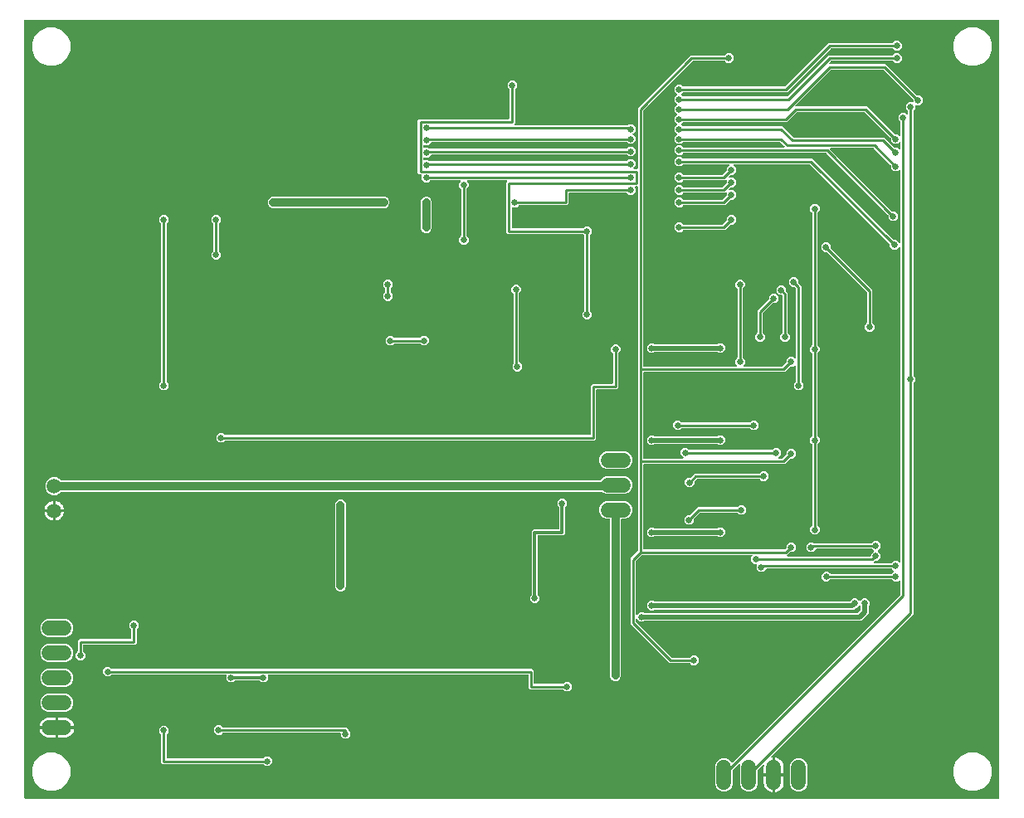
<source format=gbr>
G04 EAGLE Gerber RS-274X export*
G75*
%MOMM*%
%FSLAX34Y34*%
%LPD*%
%INBottom Copper*%
%IPPOS*%
%AMOC8*
5,1,8,0,0,1.08239X$1,22.5*%
G01*
%ADD10C,1.524000*%
%ADD11C,1.500000*%
%ADD12C,0.654800*%
%ADD13C,0.254000*%
%ADD14C,0.508000*%
%ADD15C,0.812800*%
%ADD16C,0.304800*%

G36*
X996718Y2544D02*
X996718Y2544D01*
X996737Y2542D01*
X996839Y2564D01*
X996941Y2580D01*
X996958Y2590D01*
X996978Y2594D01*
X997067Y2647D01*
X997158Y2696D01*
X997172Y2710D01*
X997189Y2720D01*
X997256Y2799D01*
X997328Y2874D01*
X997336Y2892D01*
X997349Y2907D01*
X997388Y3003D01*
X997431Y3097D01*
X997433Y3117D01*
X997441Y3135D01*
X997459Y3302D01*
X997459Y796698D01*
X997456Y796718D01*
X997458Y796737D01*
X997436Y796839D01*
X997420Y796941D01*
X997410Y796958D01*
X997406Y796978D01*
X997353Y797067D01*
X997304Y797158D01*
X997290Y797172D01*
X997280Y797189D01*
X997201Y797256D01*
X997126Y797328D01*
X997108Y797336D01*
X997093Y797349D01*
X996997Y797388D01*
X996903Y797431D01*
X996883Y797433D01*
X996865Y797441D01*
X996698Y797459D01*
X3302Y797459D01*
X3282Y797456D01*
X3263Y797458D01*
X3161Y797436D01*
X3059Y797420D01*
X3042Y797410D01*
X3022Y797406D01*
X2933Y797353D01*
X2842Y797304D01*
X2828Y797290D01*
X2811Y797280D01*
X2744Y797201D01*
X2672Y797126D01*
X2664Y797108D01*
X2651Y797093D01*
X2612Y796997D01*
X2569Y796903D01*
X2567Y796883D01*
X2559Y796865D01*
X2541Y796698D01*
X2541Y3302D01*
X2544Y3282D01*
X2542Y3263D01*
X2564Y3161D01*
X2580Y3059D01*
X2590Y3042D01*
X2594Y3022D01*
X2647Y2933D01*
X2696Y2842D01*
X2710Y2828D01*
X2720Y2811D01*
X2799Y2744D01*
X2874Y2672D01*
X2892Y2664D01*
X2907Y2651D01*
X3003Y2612D01*
X3097Y2569D01*
X3117Y2567D01*
X3135Y2559D01*
X3302Y2541D01*
X996698Y2541D01*
X996718Y2544D01*
G37*
%LPC*%
G36*
X714461Y9905D02*
X714461Y9905D01*
X711100Y11297D01*
X708527Y13870D01*
X707135Y17231D01*
X707135Y36109D01*
X708527Y39470D01*
X711100Y42043D01*
X714461Y43435D01*
X718099Y43435D01*
X721460Y42043D01*
X724042Y39461D01*
X724058Y39449D01*
X724070Y39434D01*
X724158Y39377D01*
X724242Y39317D01*
X724261Y39311D01*
X724277Y39301D01*
X724378Y39275D01*
X724477Y39245D01*
X724497Y39245D01*
X724516Y39241D01*
X724619Y39249D01*
X724723Y39251D01*
X724741Y39258D01*
X724761Y39260D01*
X724856Y39300D01*
X724954Y39336D01*
X724969Y39348D01*
X724987Y39356D01*
X725118Y39461D01*
X896142Y210485D01*
X896195Y210559D01*
X896255Y210628D01*
X896267Y210658D01*
X896286Y210684D01*
X896313Y210771D01*
X896347Y210856D01*
X896351Y210897D01*
X896358Y210919D01*
X896357Y210952D01*
X896365Y211023D01*
X896365Y225347D01*
X896354Y225418D01*
X896352Y225489D01*
X896334Y225538D01*
X896326Y225590D01*
X896292Y225653D01*
X896267Y225720D01*
X896235Y225761D01*
X896210Y225807D01*
X896158Y225857D01*
X896114Y225913D01*
X896070Y225941D01*
X896032Y225977D01*
X895967Y226007D01*
X895907Y226046D01*
X895856Y226058D01*
X895809Y226080D01*
X895738Y226088D01*
X895668Y226106D01*
X895616Y226102D01*
X895565Y226107D01*
X895494Y226092D01*
X895423Y226086D01*
X895375Y226066D01*
X895324Y226055D01*
X895263Y226018D01*
X895197Y225990D01*
X895141Y225945D01*
X895113Y225929D01*
X895098Y225911D01*
X895066Y225885D01*
X893528Y224347D01*
X889552Y224347D01*
X887799Y226100D01*
X887725Y226153D01*
X887656Y226213D01*
X887626Y226225D01*
X887600Y226244D01*
X887513Y226271D01*
X887428Y226305D01*
X887387Y226309D01*
X887364Y226316D01*
X887332Y226315D01*
X887261Y226323D01*
X825277Y226323D01*
X825187Y226309D01*
X825096Y226301D01*
X825067Y226289D01*
X825035Y226284D01*
X824954Y226241D01*
X824870Y226205D01*
X824838Y226179D01*
X824817Y226168D01*
X824795Y226145D01*
X824739Y226100D01*
X822958Y224319D01*
X818983Y224319D01*
X816172Y227130D01*
X816172Y231106D01*
X818983Y233917D01*
X822958Y233917D01*
X824739Y232136D01*
X824813Y232083D01*
X824882Y232023D01*
X824913Y232011D01*
X824939Y231992D01*
X825026Y231965D01*
X825111Y231931D01*
X825152Y231927D01*
X825174Y231920D01*
X825206Y231921D01*
X825277Y231913D01*
X887205Y231913D01*
X887295Y231927D01*
X887386Y231935D01*
X887416Y231947D01*
X887448Y231952D01*
X887528Y231995D01*
X887612Y232031D01*
X887644Y232057D01*
X887665Y232068D01*
X887687Y232091D01*
X887743Y232136D01*
X889657Y234050D01*
X889669Y234066D01*
X889684Y234078D01*
X889741Y234166D01*
X889801Y234249D01*
X889807Y234268D01*
X889817Y234285D01*
X889843Y234386D01*
X889873Y234485D01*
X889873Y234504D01*
X889878Y234524D01*
X889870Y234627D01*
X889867Y234730D01*
X889860Y234749D01*
X889858Y234769D01*
X889818Y234864D01*
X889782Y234961D01*
X889770Y234977D01*
X889762Y234995D01*
X889657Y235126D01*
X887771Y237012D01*
X887697Y237065D01*
X887628Y237125D01*
X887598Y237137D01*
X887572Y237156D01*
X887484Y237183D01*
X887400Y237217D01*
X887359Y237221D01*
X887336Y237228D01*
X887304Y237227D01*
X887233Y237235D01*
X759940Y237235D01*
X759920Y237232D01*
X759901Y237234D01*
X759799Y237212D01*
X759697Y237196D01*
X759680Y237186D01*
X759660Y237182D01*
X759571Y237129D01*
X759480Y237080D01*
X759466Y237066D01*
X759449Y237056D01*
X759382Y236977D01*
X759348Y236941D01*
X756368Y233961D01*
X752392Y233961D01*
X749581Y236772D01*
X749581Y240748D01*
X749633Y240800D01*
X749675Y240858D01*
X749725Y240910D01*
X749746Y240957D01*
X749777Y240999D01*
X749798Y241068D01*
X749828Y241133D01*
X749834Y241185D01*
X749849Y241235D01*
X749847Y241306D01*
X749855Y241377D01*
X749844Y241428D01*
X749843Y241480D01*
X749818Y241548D01*
X749803Y241618D01*
X749776Y241663D01*
X749758Y241711D01*
X749714Y241767D01*
X749677Y241829D01*
X749637Y241863D01*
X749605Y241903D01*
X749544Y241942D01*
X749490Y241989D01*
X749442Y242008D01*
X749398Y242036D01*
X749328Y242054D01*
X749262Y242081D01*
X749191Y242089D01*
X749159Y242097D01*
X749136Y242095D01*
X749095Y242099D01*
X746934Y242099D01*
X744123Y244910D01*
X744123Y248886D01*
X745143Y249906D01*
X745185Y249964D01*
X745234Y250016D01*
X745256Y250063D01*
X745287Y250105D01*
X745308Y250174D01*
X745338Y250239D01*
X745344Y250291D01*
X745359Y250341D01*
X745357Y250412D01*
X745365Y250483D01*
X745354Y250534D01*
X745353Y250586D01*
X745328Y250654D01*
X745313Y250724D01*
X745286Y250769D01*
X745268Y250817D01*
X745223Y250873D01*
X745187Y250935D01*
X745147Y250969D01*
X745114Y251009D01*
X745054Y251048D01*
X745000Y251095D01*
X744951Y251114D01*
X744908Y251142D01*
X744838Y251160D01*
X744772Y251187D01*
X744700Y251195D01*
X744669Y251203D01*
X744646Y251201D01*
X744605Y251205D01*
X632663Y251205D01*
X632573Y251191D01*
X632482Y251183D01*
X632452Y251171D01*
X632420Y251166D01*
X632340Y251123D01*
X632256Y251087D01*
X632224Y251061D01*
X632203Y251050D01*
X632181Y251027D01*
X632125Y250982D01*
X626588Y245445D01*
X626535Y245371D01*
X626475Y245302D01*
X626463Y245272D01*
X626444Y245246D01*
X626417Y245159D01*
X626383Y245074D01*
X626379Y245033D01*
X626372Y245011D01*
X626373Y244978D01*
X626365Y244907D01*
X626365Y190489D01*
X626376Y190418D01*
X626378Y190347D01*
X626396Y190298D01*
X626404Y190246D01*
X626438Y190183D01*
X626463Y190116D01*
X626495Y190075D01*
X626520Y190029D01*
X626572Y189979D01*
X626616Y189923D01*
X626660Y189895D01*
X626698Y189859D01*
X626763Y189829D01*
X626823Y189790D01*
X626874Y189778D01*
X626921Y189756D01*
X626992Y189748D01*
X627062Y189730D01*
X627114Y189734D01*
X627165Y189729D01*
X627236Y189744D01*
X627307Y189750D01*
X627355Y189770D01*
X627406Y189781D01*
X627467Y189818D01*
X627533Y189846D01*
X627589Y189891D01*
X627617Y189907D01*
X627632Y189925D01*
X627664Y189951D01*
X630472Y192759D01*
X634448Y192759D01*
X634959Y192248D01*
X635033Y192195D01*
X635102Y192135D01*
X635132Y192123D01*
X635158Y192104D01*
X635245Y192077D01*
X635330Y192043D01*
X635371Y192039D01*
X635394Y192032D01*
X635426Y192033D01*
X635497Y192025D01*
X852711Y192025D01*
X852801Y192039D01*
X852892Y192047D01*
X852922Y192059D01*
X852954Y192064D01*
X853034Y192107D01*
X853118Y192143D01*
X853150Y192169D01*
X853171Y192180D01*
X853193Y192203D01*
X853249Y192248D01*
X855502Y194501D01*
X855555Y194575D01*
X855615Y194644D01*
X855627Y194674D01*
X855646Y194700D01*
X855673Y194787D01*
X855707Y194872D01*
X855711Y194913D01*
X855718Y194936D01*
X855717Y194968D01*
X855725Y195039D01*
X855725Y198893D01*
X855711Y198983D01*
X855703Y199074D01*
X855691Y199104D01*
X855686Y199136D01*
X855643Y199216D01*
X855607Y199300D01*
X855581Y199332D01*
X855570Y199353D01*
X855547Y199375D01*
X855502Y199431D01*
X855248Y199685D01*
X855232Y199697D01*
X855220Y199712D01*
X855132Y199769D01*
X855049Y199829D01*
X855030Y199835D01*
X855013Y199845D01*
X854912Y199871D01*
X854813Y199901D01*
X854794Y199901D01*
X854774Y199906D01*
X854671Y199898D01*
X854568Y199895D01*
X854549Y199888D01*
X854529Y199886D01*
X854434Y199846D01*
X854337Y199810D01*
X854321Y199798D01*
X854303Y199790D01*
X854172Y199685D01*
X851618Y197131D01*
X850895Y197131D01*
X850805Y197117D01*
X850714Y197109D01*
X850684Y197097D01*
X850652Y197092D01*
X850572Y197049D01*
X850488Y197013D01*
X850456Y196987D01*
X850435Y196976D01*
X850413Y196953D01*
X850357Y196908D01*
X848774Y195325D01*
X645657Y195325D01*
X645567Y195311D01*
X645476Y195303D01*
X645446Y195291D01*
X645414Y195286D01*
X645334Y195243D01*
X645250Y195207D01*
X645218Y195181D01*
X645197Y195170D01*
X645175Y195147D01*
X645119Y195102D01*
X644608Y194591D01*
X640632Y194591D01*
X637821Y197402D01*
X637821Y201378D01*
X640632Y204189D01*
X644608Y204189D01*
X645119Y203678D01*
X645193Y203625D01*
X645262Y203565D01*
X645292Y203553D01*
X645318Y203534D01*
X645405Y203507D01*
X645490Y203473D01*
X645531Y203469D01*
X645554Y203462D01*
X645586Y203463D01*
X645657Y203455D01*
X844070Y203455D01*
X844090Y203458D01*
X844109Y203456D01*
X844211Y203478D01*
X844313Y203494D01*
X844330Y203504D01*
X844350Y203508D01*
X844439Y203561D01*
X844530Y203610D01*
X844544Y203624D01*
X844561Y203634D01*
X844628Y203713D01*
X844662Y203749D01*
X847642Y206729D01*
X851618Y206729D01*
X854172Y204175D01*
X854188Y204163D01*
X854200Y204148D01*
X854288Y204091D01*
X854371Y204031D01*
X854390Y204025D01*
X854407Y204015D01*
X854508Y203989D01*
X854607Y203959D01*
X854626Y203959D01*
X854646Y203954D01*
X854749Y203962D01*
X854852Y203965D01*
X854871Y203972D01*
X854891Y203974D01*
X854986Y204014D01*
X855083Y204050D01*
X855099Y204062D01*
X855117Y204070D01*
X855248Y204175D01*
X857802Y206729D01*
X861778Y206729D01*
X864589Y203918D01*
X864589Y199942D01*
X864078Y199431D01*
X864025Y199357D01*
X863965Y199288D01*
X863953Y199258D01*
X863934Y199232D01*
X863907Y199145D01*
X863873Y199060D01*
X863869Y199019D01*
X863862Y198996D01*
X863863Y198964D01*
X863855Y198893D01*
X863855Y191356D01*
X856394Y183895D01*
X635497Y183895D01*
X635407Y183881D01*
X635316Y183873D01*
X635286Y183861D01*
X635254Y183856D01*
X635174Y183813D01*
X635090Y183777D01*
X635058Y183751D01*
X635037Y183740D01*
X635015Y183717D01*
X634959Y183672D01*
X634448Y183161D01*
X630472Y183161D01*
X627664Y185969D01*
X627606Y186011D01*
X627554Y186061D01*
X627507Y186082D01*
X627465Y186113D01*
X627396Y186134D01*
X627331Y186164D01*
X627279Y186170D01*
X627229Y186185D01*
X627158Y186183D01*
X627087Y186191D01*
X627036Y186180D01*
X626984Y186179D01*
X626916Y186154D01*
X626846Y186139D01*
X626801Y186112D01*
X626753Y186094D01*
X626697Y186050D01*
X626635Y186013D01*
X626601Y185973D01*
X626561Y185941D01*
X626522Y185880D01*
X626475Y185826D01*
X626456Y185778D01*
X626428Y185734D01*
X626410Y185664D01*
X626383Y185598D01*
X626375Y185526D01*
X626367Y185495D01*
X626369Y185472D01*
X626365Y185431D01*
X626365Y183083D01*
X626379Y182993D01*
X626387Y182902D01*
X626399Y182872D01*
X626404Y182840D01*
X626447Y182760D01*
X626483Y182676D01*
X626509Y182644D01*
X626520Y182623D01*
X626543Y182601D01*
X626588Y182545D01*
X662605Y146528D01*
X662679Y146475D01*
X662748Y146415D01*
X662778Y146403D01*
X662804Y146384D01*
X662891Y146357D01*
X662976Y146323D01*
X663017Y146319D01*
X663039Y146312D01*
X663072Y146313D01*
X663143Y146305D01*
X681493Y146305D01*
X681583Y146319D01*
X681674Y146327D01*
X681704Y146339D01*
X681736Y146344D01*
X681816Y146387D01*
X681900Y146423D01*
X681933Y146449D01*
X681953Y146460D01*
X681975Y146483D01*
X682031Y146528D01*
X683812Y148309D01*
X687788Y148309D01*
X690599Y145498D01*
X690599Y141522D01*
X687788Y138711D01*
X683812Y138711D01*
X682031Y140492D01*
X681957Y140545D01*
X681888Y140605D01*
X681858Y140617D01*
X681832Y140636D01*
X681745Y140663D01*
X681660Y140697D01*
X681619Y140701D01*
X681596Y140708D01*
X681564Y140707D01*
X681493Y140715D01*
X660512Y140715D01*
X620775Y180452D01*
X620775Y247538D01*
X628172Y254935D01*
X628225Y255009D01*
X628285Y255078D01*
X628297Y255108D01*
X628316Y255134D01*
X628343Y255221D01*
X628377Y255306D01*
X628381Y255347D01*
X628388Y255369D01*
X628387Y255402D01*
X628395Y255473D01*
X628395Y626646D01*
X628392Y626666D01*
X628394Y626685D01*
X628372Y626787D01*
X628356Y626889D01*
X628346Y626906D01*
X628342Y626926D01*
X628289Y627015D01*
X628240Y627106D01*
X628226Y627120D01*
X628216Y627137D01*
X628137Y627204D01*
X628062Y627276D01*
X628044Y627284D01*
X628029Y627297D01*
X627933Y627336D01*
X627839Y627379D01*
X627819Y627381D01*
X627801Y627389D01*
X627634Y627407D01*
X625817Y627407D01*
X625746Y627396D01*
X625675Y627394D01*
X625626Y627376D01*
X625574Y627368D01*
X625511Y627334D01*
X625444Y627309D01*
X625403Y627277D01*
X625357Y627252D01*
X625307Y627200D01*
X625251Y627156D01*
X625223Y627112D01*
X625187Y627074D01*
X625157Y627009D01*
X625118Y626949D01*
X625106Y626898D01*
X625084Y626851D01*
X625076Y626780D01*
X625058Y626710D01*
X625062Y626658D01*
X625057Y626607D01*
X625072Y626536D01*
X625078Y626465D01*
X625098Y626417D01*
X625109Y626366D01*
X625146Y626305D01*
X625174Y626239D01*
X625219Y626183D01*
X625235Y626155D01*
X625253Y626140D01*
X625279Y626108D01*
X625829Y625558D01*
X625829Y621582D01*
X623018Y618771D01*
X619042Y618771D01*
X617261Y620552D01*
X617187Y620605D01*
X617118Y620665D01*
X617088Y620677D01*
X617062Y620696D01*
X616975Y620723D01*
X616890Y620757D01*
X616849Y620761D01*
X616826Y620768D01*
X616794Y620767D01*
X616723Y620775D01*
X558546Y620775D01*
X558526Y620772D01*
X558507Y620774D01*
X558405Y620752D01*
X558303Y620736D01*
X558286Y620726D01*
X558266Y620722D01*
X558177Y620669D01*
X558086Y620620D01*
X558072Y620606D01*
X558055Y620596D01*
X557988Y620517D01*
X557916Y620442D01*
X557908Y620424D01*
X557895Y620409D01*
X557856Y620313D01*
X557813Y620219D01*
X557811Y620199D01*
X557803Y620181D01*
X557785Y620014D01*
X557785Y609712D01*
X556148Y608075D01*
X507227Y608075D01*
X507137Y608061D01*
X507046Y608053D01*
X507016Y608041D01*
X506984Y608036D01*
X506904Y607993D01*
X506820Y607957D01*
X506788Y607931D01*
X506767Y607920D01*
X506745Y607897D01*
X506689Y607852D01*
X504908Y606071D01*
X500927Y606071D01*
X500888Y606099D01*
X500836Y606149D01*
X500789Y606170D01*
X500747Y606201D01*
X500678Y606222D01*
X500613Y606252D01*
X500561Y606258D01*
X500512Y606273D01*
X500440Y606271D01*
X500369Y606279D01*
X500318Y606268D01*
X500266Y606267D01*
X500198Y606242D01*
X500128Y606227D01*
X500083Y606200D01*
X500035Y606182D01*
X499979Y606138D01*
X499917Y606101D01*
X499883Y606061D01*
X499843Y606029D01*
X499804Y605968D01*
X499757Y605914D01*
X499738Y605866D01*
X499710Y605822D01*
X499692Y605752D01*
X499665Y605686D01*
X499657Y605615D01*
X499649Y605583D01*
X499651Y605560D01*
X499647Y605519D01*
X499647Y585216D01*
X499650Y585196D01*
X499648Y585177D01*
X499670Y585075D01*
X499686Y584973D01*
X499696Y584956D01*
X499700Y584936D01*
X499753Y584847D01*
X499802Y584756D01*
X499816Y584742D01*
X499826Y584725D01*
X499905Y584658D01*
X499980Y584586D01*
X499998Y584578D01*
X500013Y584565D01*
X500109Y584526D01*
X500203Y584483D01*
X500223Y584481D01*
X500241Y584473D01*
X500408Y584455D01*
X572273Y584455D01*
X572363Y584469D01*
X572454Y584477D01*
X572484Y584489D01*
X572516Y584494D01*
X572596Y584537D01*
X572680Y584573D01*
X572712Y584599D01*
X572733Y584610D01*
X572755Y584633D01*
X572811Y584678D01*
X574592Y586459D01*
X578568Y586459D01*
X581379Y583648D01*
X581379Y579672D01*
X579598Y577891D01*
X579545Y577817D01*
X579485Y577748D01*
X579473Y577718D01*
X579454Y577692D01*
X579427Y577605D01*
X579393Y577520D01*
X579389Y577479D01*
X579382Y577456D01*
X579383Y577424D01*
X579375Y577353D01*
X579375Y500877D01*
X579389Y500787D01*
X579397Y500696D01*
X579409Y500666D01*
X579414Y500634D01*
X579457Y500554D01*
X579493Y500470D01*
X579519Y500438D01*
X579530Y500417D01*
X579553Y500395D01*
X579598Y500339D01*
X581379Y498558D01*
X581379Y494582D01*
X578568Y491771D01*
X574592Y491771D01*
X571781Y494582D01*
X571781Y498558D01*
X573562Y500339D01*
X573615Y500413D01*
X573675Y500482D01*
X573687Y500512D01*
X573706Y500538D01*
X573733Y500625D01*
X573767Y500710D01*
X573771Y500751D01*
X573778Y500774D01*
X573777Y500806D01*
X573785Y500877D01*
X573785Y577353D01*
X573771Y577443D01*
X573763Y577534D01*
X573751Y577564D01*
X573746Y577596D01*
X573703Y577676D01*
X573667Y577760D01*
X573641Y577792D01*
X573630Y577813D01*
X573607Y577835D01*
X573562Y577891D01*
X572811Y578642D01*
X572737Y578695D01*
X572668Y578755D01*
X572638Y578767D01*
X572612Y578786D01*
X572525Y578813D01*
X572440Y578847D01*
X572399Y578851D01*
X572376Y578858D01*
X572344Y578857D01*
X572273Y578865D01*
X495694Y578865D01*
X494057Y580502D01*
X494057Y631360D01*
X494873Y632176D01*
X494915Y632234D01*
X494965Y632286D01*
X494987Y632333D01*
X495017Y632375D01*
X495038Y632444D01*
X495068Y632509D01*
X495074Y632561D01*
X495089Y632611D01*
X495087Y632682D01*
X495095Y632753D01*
X495084Y632804D01*
X495083Y632856D01*
X495058Y632924D01*
X495043Y632994D01*
X495016Y633039D01*
X494998Y633087D01*
X494954Y633143D01*
X494917Y633205D01*
X494877Y633239D01*
X494845Y633279D01*
X494784Y633318D01*
X494730Y633365D01*
X494682Y633384D01*
X494638Y633412D01*
X494568Y633430D01*
X494502Y633457D01*
X494431Y633465D01*
X494399Y633473D01*
X494376Y633471D01*
X494335Y633475D01*
X454649Y633475D01*
X454578Y633464D01*
X454507Y633462D01*
X454458Y633444D01*
X454406Y633436D01*
X454343Y633402D01*
X454276Y633377D01*
X454235Y633345D01*
X454189Y633320D01*
X454139Y633268D01*
X454083Y633224D01*
X454055Y633180D01*
X454019Y633142D01*
X453989Y633077D01*
X453950Y633017D01*
X453938Y632966D01*
X453916Y632919D01*
X453908Y632848D01*
X453890Y632778D01*
X453894Y632726D01*
X453889Y632675D01*
X453904Y632604D01*
X453910Y632533D01*
X453930Y632485D01*
X453941Y632434D01*
X453978Y632373D01*
X454006Y632307D01*
X454051Y632251D01*
X454067Y632223D01*
X454085Y632208D01*
X454111Y632176D01*
X455649Y630638D01*
X455649Y626662D01*
X453868Y624881D01*
X453815Y624807D01*
X453755Y624738D01*
X453743Y624708D01*
X453724Y624682D01*
X453697Y624595D01*
X453663Y624510D01*
X453659Y624469D01*
X453652Y624446D01*
X453653Y624414D01*
X453645Y624343D01*
X453645Y577077D01*
X453659Y576987D01*
X453667Y576896D01*
X453679Y576866D01*
X453684Y576834D01*
X453727Y576754D01*
X453763Y576670D01*
X453789Y576638D01*
X453800Y576617D01*
X453823Y576595D01*
X453868Y576539D01*
X455649Y574758D01*
X455649Y570782D01*
X452838Y567971D01*
X448862Y567971D01*
X446051Y570782D01*
X446051Y574758D01*
X447832Y576539D01*
X447885Y576613D01*
X447945Y576682D01*
X447957Y576712D01*
X447976Y576738D01*
X448003Y576825D01*
X448037Y576910D01*
X448041Y576951D01*
X448048Y576974D01*
X448047Y577006D01*
X448055Y577077D01*
X448055Y624343D01*
X448041Y624433D01*
X448033Y624524D01*
X448021Y624554D01*
X448016Y624586D01*
X447973Y624666D01*
X447937Y624750D01*
X447911Y624782D01*
X447900Y624803D01*
X447877Y624825D01*
X447832Y624881D01*
X446051Y626662D01*
X446051Y630638D01*
X447589Y632176D01*
X447631Y632234D01*
X447681Y632286D01*
X447702Y632333D01*
X447733Y632375D01*
X447754Y632444D01*
X447784Y632509D01*
X447790Y632561D01*
X447805Y632611D01*
X447803Y632682D01*
X447811Y632753D01*
X447800Y632804D01*
X447799Y632856D01*
X447774Y632924D01*
X447759Y632994D01*
X447732Y633039D01*
X447714Y633087D01*
X447670Y633143D01*
X447633Y633205D01*
X447593Y633239D01*
X447561Y633279D01*
X447500Y633318D01*
X447446Y633365D01*
X447398Y633384D01*
X447354Y633412D01*
X447284Y633430D01*
X447218Y633457D01*
X447146Y633465D01*
X447115Y633473D01*
X447092Y633471D01*
X447051Y633475D01*
X417057Y633475D01*
X416967Y633461D01*
X416876Y633453D01*
X416846Y633441D01*
X416814Y633436D01*
X416734Y633393D01*
X416650Y633357D01*
X416618Y633331D01*
X416597Y633320D01*
X416575Y633297D01*
X416519Y633252D01*
X414738Y631471D01*
X410762Y631471D01*
X407951Y634282D01*
X407951Y638263D01*
X407979Y638302D01*
X408029Y638354D01*
X408050Y638401D01*
X408081Y638443D01*
X408102Y638512D01*
X408132Y638577D01*
X408138Y638629D01*
X408153Y638678D01*
X408151Y638750D01*
X408159Y638821D01*
X408148Y638872D01*
X408147Y638924D01*
X408122Y638992D01*
X408107Y639062D01*
X408080Y639107D01*
X408062Y639155D01*
X408018Y639211D01*
X407981Y639273D01*
X407941Y639307D01*
X407909Y639347D01*
X407848Y639386D01*
X407794Y639433D01*
X407746Y639452D01*
X407702Y639480D01*
X407632Y639498D01*
X407566Y639525D01*
X407495Y639533D01*
X407463Y639541D01*
X407440Y639539D01*
X407399Y639543D01*
X405524Y639543D01*
X403887Y641180D01*
X403887Y694296D01*
X405524Y695933D01*
X496824Y695933D01*
X496844Y695936D01*
X496863Y695934D01*
X496965Y695956D01*
X497067Y695972D01*
X497084Y695982D01*
X497104Y695986D01*
X497193Y696039D01*
X497284Y696088D01*
X497298Y696102D01*
X497315Y696112D01*
X497382Y696191D01*
X497454Y696266D01*
X497462Y696284D01*
X497475Y696299D01*
X497514Y696395D01*
X497557Y696489D01*
X497559Y696509D01*
X497567Y696527D01*
X497585Y696694D01*
X497585Y725943D01*
X497571Y726033D01*
X497563Y726124D01*
X497551Y726154D01*
X497546Y726186D01*
X497503Y726266D01*
X497467Y726350D01*
X497441Y726382D01*
X497430Y726403D01*
X497407Y726425D01*
X497362Y726481D01*
X495581Y728262D01*
X495581Y732238D01*
X498392Y735049D01*
X502368Y735049D01*
X505179Y732238D01*
X505179Y728262D01*
X503398Y726481D01*
X503345Y726407D01*
X503285Y726338D01*
X503273Y726308D01*
X503254Y726282D01*
X503227Y726195D01*
X503193Y726110D01*
X503189Y726069D01*
X503182Y726046D01*
X503183Y726014D01*
X503175Y725943D01*
X503175Y691980D01*
X502359Y691164D01*
X502317Y691106D01*
X502267Y691054D01*
X502245Y691007D01*
X502215Y690965D01*
X502194Y690896D01*
X502164Y690831D01*
X502158Y690779D01*
X502143Y690729D01*
X502145Y690658D01*
X502137Y690587D01*
X502148Y690536D01*
X502149Y690484D01*
X502174Y690416D01*
X502189Y690346D01*
X502216Y690301D01*
X502234Y690253D01*
X502278Y690197D01*
X502315Y690135D01*
X502355Y690101D01*
X502387Y690061D01*
X502448Y690022D01*
X502502Y689975D01*
X502550Y689956D01*
X502594Y689928D01*
X502664Y689910D01*
X502730Y689883D01*
X502801Y689875D01*
X502833Y689867D01*
X502856Y689869D01*
X502897Y689865D01*
X617993Y689865D01*
X618083Y689879D01*
X618174Y689887D01*
X618204Y689899D01*
X618236Y689904D01*
X618316Y689947D01*
X618400Y689983D01*
X618432Y690009D01*
X618453Y690020D01*
X618475Y690043D01*
X618531Y690088D01*
X619042Y690599D01*
X623018Y690599D01*
X625829Y687788D01*
X625829Y683812D01*
X623275Y681258D01*
X623263Y681242D01*
X623248Y681230D01*
X623191Y681142D01*
X623131Y681059D01*
X623125Y681040D01*
X623115Y681023D01*
X623089Y680922D01*
X623059Y680823D01*
X623059Y680804D01*
X623054Y680784D01*
X623062Y680681D01*
X623065Y680578D01*
X623072Y680559D01*
X623074Y680539D01*
X623114Y680444D01*
X623150Y680347D01*
X623162Y680331D01*
X623170Y680313D01*
X623275Y680182D01*
X625829Y677628D01*
X625829Y673652D01*
X623018Y670841D01*
X619042Y670841D01*
X617261Y672622D01*
X617187Y672675D01*
X617118Y672735D01*
X617088Y672747D01*
X617062Y672766D01*
X616975Y672793D01*
X616890Y672827D01*
X616849Y672831D01*
X616826Y672838D01*
X616794Y672837D01*
X616723Y672845D01*
X418310Y672845D01*
X418290Y672842D01*
X418271Y672844D01*
X418169Y672822D01*
X418067Y672806D01*
X418050Y672796D01*
X418030Y672792D01*
X417941Y672739D01*
X417850Y672690D01*
X417836Y672676D01*
X417819Y672666D01*
X417752Y672587D01*
X417718Y672551D01*
X414738Y669571D01*
X410757Y669571D01*
X410718Y669599D01*
X410666Y669649D01*
X410619Y669670D01*
X410577Y669701D01*
X410508Y669722D01*
X410443Y669752D01*
X410391Y669758D01*
X410342Y669773D01*
X410270Y669771D01*
X410199Y669779D01*
X410148Y669768D01*
X410096Y669767D01*
X410028Y669742D01*
X409958Y669727D01*
X409913Y669700D01*
X409865Y669682D01*
X409809Y669638D01*
X409747Y669601D01*
X409713Y669561D01*
X409673Y669529D01*
X409634Y669468D01*
X409587Y669414D01*
X409568Y669366D01*
X409540Y669322D01*
X409522Y669252D01*
X409495Y669186D01*
X409487Y669115D01*
X409479Y669083D01*
X409481Y669060D01*
X409477Y669019D01*
X409477Y667021D01*
X409488Y666950D01*
X409490Y666878D01*
X409508Y666829D01*
X409516Y666778D01*
X409550Y666715D01*
X409575Y666647D01*
X409607Y666607D01*
X409632Y666561D01*
X409683Y666512D01*
X409728Y666455D01*
X409772Y666427D01*
X409810Y666391D01*
X409875Y666361D01*
X409935Y666322D01*
X409986Y666310D01*
X410033Y666288D01*
X410104Y666280D01*
X410174Y666262D01*
X410226Y666266D01*
X410277Y666261D01*
X410348Y666276D01*
X410419Y666282D01*
X410467Y666302D01*
X410518Y666313D01*
X410579Y666350D01*
X410645Y666378D01*
X410701Y666423D01*
X410729Y666439D01*
X410744Y666457D01*
X410759Y666469D01*
X414738Y666469D01*
X415249Y665958D01*
X415323Y665905D01*
X415392Y665845D01*
X415422Y665833D01*
X415448Y665814D01*
X415535Y665787D01*
X415620Y665753D01*
X415661Y665749D01*
X415684Y665742D01*
X415716Y665743D01*
X415787Y665735D01*
X616723Y665735D01*
X616813Y665749D01*
X616904Y665757D01*
X616934Y665769D01*
X616966Y665774D01*
X617046Y665817D01*
X617130Y665853D01*
X617162Y665879D01*
X617183Y665890D01*
X617205Y665913D01*
X617261Y665958D01*
X619042Y667739D01*
X623018Y667739D01*
X625829Y664928D01*
X625829Y660952D01*
X623018Y658141D01*
X619042Y658141D01*
X617261Y659922D01*
X617187Y659975D01*
X617118Y660035D01*
X617088Y660047D01*
X617062Y660066D01*
X616975Y660093D01*
X616890Y660127D01*
X616849Y660131D01*
X616826Y660138D01*
X616794Y660137D01*
X616723Y660145D01*
X418310Y660145D01*
X418290Y660142D01*
X418271Y660144D01*
X418169Y660122D01*
X418067Y660106D01*
X418050Y660096D01*
X418030Y660092D01*
X417941Y660039D01*
X417850Y659990D01*
X417836Y659976D01*
X417819Y659966D01*
X417752Y659887D01*
X417718Y659851D01*
X414738Y656871D01*
X410757Y656871D01*
X410718Y656899D01*
X410666Y656949D01*
X410619Y656970D01*
X410577Y657001D01*
X410508Y657022D01*
X410443Y657052D01*
X410391Y657058D01*
X410342Y657073D01*
X410270Y657071D01*
X410199Y657079D01*
X410148Y657068D01*
X410096Y657067D01*
X410028Y657042D01*
X409958Y657027D01*
X409913Y657000D01*
X409865Y656982D01*
X409809Y656938D01*
X409747Y656901D01*
X409713Y656861D01*
X409673Y656829D01*
X409634Y656768D01*
X409587Y656714D01*
X409568Y656666D01*
X409540Y656622D01*
X409522Y656552D01*
X409495Y656486D01*
X409487Y656415D01*
X409479Y656383D01*
X409481Y656360D01*
X409477Y656319D01*
X409477Y654321D01*
X409488Y654250D01*
X409490Y654178D01*
X409508Y654129D01*
X409516Y654078D01*
X409550Y654015D01*
X409575Y653947D01*
X409607Y653907D01*
X409632Y653861D01*
X409683Y653812D01*
X409728Y653755D01*
X409772Y653727D01*
X409810Y653691D01*
X409875Y653661D01*
X409935Y653622D01*
X409986Y653610D01*
X410033Y653588D01*
X410104Y653580D01*
X410174Y653562D01*
X410226Y653566D01*
X410277Y653561D01*
X410348Y653576D01*
X410419Y653582D01*
X410467Y653602D01*
X410518Y653613D01*
X410579Y653650D01*
X410645Y653678D01*
X410701Y653723D01*
X410729Y653739D01*
X410744Y653757D01*
X410759Y653769D01*
X414738Y653769D01*
X415249Y653258D01*
X415323Y653205D01*
X415392Y653145D01*
X415422Y653133D01*
X415448Y653114D01*
X415535Y653087D01*
X415620Y653053D01*
X415661Y653049D01*
X415684Y653042D01*
X415716Y653043D01*
X415787Y653035D01*
X616723Y653035D01*
X616813Y653049D01*
X616904Y653057D01*
X616934Y653069D01*
X616966Y653074D01*
X617046Y653117D01*
X617130Y653153D01*
X617162Y653179D01*
X617183Y653190D01*
X617205Y653213D01*
X617261Y653258D01*
X619042Y655039D01*
X623018Y655039D01*
X625829Y652228D01*
X625829Y648252D01*
X624009Y646432D01*
X623967Y646374D01*
X623917Y646322D01*
X623896Y646275D01*
X623865Y646233D01*
X623844Y646164D01*
X623814Y646099D01*
X623808Y646047D01*
X623793Y645997D01*
X623795Y645926D01*
X623787Y645855D01*
X623798Y645804D01*
X623799Y645752D01*
X623824Y645684D01*
X623839Y645614D01*
X623866Y645569D01*
X623884Y645521D01*
X623928Y645465D01*
X623965Y645403D01*
X624005Y645369D01*
X624037Y645329D01*
X624098Y645290D01*
X624152Y645243D01*
X624200Y645224D01*
X624244Y645196D01*
X624314Y645178D01*
X624380Y645151D01*
X624452Y645143D01*
X624483Y645135D01*
X624506Y645137D01*
X624547Y645133D01*
X627634Y645133D01*
X627654Y645136D01*
X627673Y645134D01*
X627775Y645156D01*
X627877Y645172D01*
X627894Y645182D01*
X627914Y645186D01*
X628003Y645239D01*
X628094Y645288D01*
X628108Y645302D01*
X628125Y645312D01*
X628192Y645391D01*
X628264Y645466D01*
X628272Y645484D01*
X628285Y645499D01*
X628324Y645595D01*
X628367Y645689D01*
X628369Y645709D01*
X628377Y645727D01*
X628395Y645894D01*
X628395Y707278D01*
X682102Y760985D01*
X717053Y760985D01*
X717143Y760999D01*
X717234Y761007D01*
X717264Y761019D01*
X717296Y761024D01*
X717376Y761067D01*
X717460Y761103D01*
X717492Y761129D01*
X717513Y761140D01*
X717535Y761163D01*
X717591Y761208D01*
X719372Y762989D01*
X723348Y762989D01*
X726159Y760178D01*
X726159Y756202D01*
X723348Y753391D01*
X719372Y753391D01*
X717591Y755172D01*
X717517Y755225D01*
X717448Y755285D01*
X717418Y755297D01*
X717392Y755316D01*
X717305Y755343D01*
X717220Y755377D01*
X717179Y755381D01*
X717156Y755388D01*
X717124Y755387D01*
X717053Y755395D01*
X684733Y755395D01*
X684643Y755381D01*
X684552Y755373D01*
X684522Y755361D01*
X684490Y755356D01*
X684410Y755313D01*
X684326Y755277D01*
X684294Y755251D01*
X684273Y755240D01*
X684251Y755217D01*
X684195Y755172D01*
X634208Y705185D01*
X634155Y705111D01*
X634095Y705042D01*
X634083Y705012D01*
X634064Y704986D01*
X634037Y704899D01*
X634003Y704814D01*
X633999Y704773D01*
X633992Y704751D01*
X633993Y704718D01*
X633985Y704647D01*
X633985Y444246D01*
X633988Y444226D01*
X633986Y444207D01*
X634008Y444105D01*
X634024Y444003D01*
X634034Y443986D01*
X634038Y443966D01*
X634091Y443877D01*
X634140Y443786D01*
X634154Y443772D01*
X634164Y443755D01*
X634243Y443688D01*
X634318Y443616D01*
X634336Y443608D01*
X634351Y443595D01*
X634447Y443556D01*
X634541Y443513D01*
X634561Y443511D01*
X634579Y443503D01*
X634746Y443485D01*
X728991Y443485D01*
X729062Y443496D01*
X729133Y443498D01*
X729182Y443516D01*
X729234Y443524D01*
X729297Y443558D01*
X729364Y443583D01*
X729405Y443615D01*
X729451Y443640D01*
X729501Y443692D01*
X729557Y443736D01*
X729585Y443780D01*
X729621Y443818D01*
X729651Y443883D01*
X729690Y443943D01*
X729702Y443994D01*
X729724Y444041D01*
X729732Y444112D01*
X729750Y444182D01*
X729746Y444234D01*
X729751Y444285D01*
X729736Y444356D01*
X729730Y444427D01*
X729710Y444475D01*
X729699Y444526D01*
X729662Y444587D01*
X729634Y444653D01*
X729589Y444709D01*
X729573Y444737D01*
X729555Y444752D01*
X729529Y444784D01*
X727991Y446322D01*
X727991Y450298D01*
X729772Y452079D01*
X729825Y452153D01*
X729885Y452222D01*
X729897Y452252D01*
X729916Y452278D01*
X729943Y452365D01*
X729977Y452450D01*
X729981Y452491D01*
X729988Y452514D01*
X729987Y452546D01*
X729995Y452617D01*
X729995Y522743D01*
X729981Y522833D01*
X729973Y522924D01*
X729961Y522954D01*
X729956Y522986D01*
X729913Y523066D01*
X729877Y523150D01*
X729851Y523182D01*
X729840Y523203D01*
X729817Y523225D01*
X729772Y523281D01*
X727991Y525062D01*
X727991Y529038D01*
X730802Y531849D01*
X734778Y531849D01*
X737589Y529038D01*
X737589Y525062D01*
X735808Y523281D01*
X735755Y523207D01*
X735695Y523138D01*
X735683Y523108D01*
X735664Y523082D01*
X735637Y522995D01*
X735603Y522910D01*
X735599Y522869D01*
X735592Y522846D01*
X735593Y522814D01*
X735585Y522743D01*
X735585Y452617D01*
X735599Y452527D01*
X735607Y452436D01*
X735619Y452406D01*
X735624Y452374D01*
X735667Y452294D01*
X735703Y452210D01*
X735729Y452178D01*
X735740Y452157D01*
X735763Y452135D01*
X735808Y452079D01*
X737589Y450298D01*
X737589Y446322D01*
X736051Y444784D01*
X736009Y444726D01*
X735959Y444674D01*
X735938Y444627D01*
X735907Y444585D01*
X735886Y444516D01*
X735856Y444451D01*
X735850Y444399D01*
X735835Y444349D01*
X735837Y444278D01*
X735829Y444207D01*
X735840Y444156D01*
X735841Y444104D01*
X735866Y444036D01*
X735881Y443966D01*
X735908Y443921D01*
X735926Y443873D01*
X735970Y443817D01*
X736007Y443755D01*
X736047Y443721D01*
X736079Y443681D01*
X736140Y443642D01*
X736194Y443595D01*
X736242Y443576D01*
X736286Y443548D01*
X736356Y443530D01*
X736422Y443503D01*
X736494Y443495D01*
X736525Y443487D01*
X736548Y443489D01*
X736589Y443485D01*
X775767Y443485D01*
X775857Y443499D01*
X775948Y443507D01*
X775978Y443519D01*
X776010Y443524D01*
X776090Y443567D01*
X776174Y443603D01*
X776206Y443629D01*
X776227Y443640D01*
X776249Y443663D01*
X776305Y443708D01*
X779838Y447241D01*
X779891Y447315D01*
X779951Y447384D01*
X779963Y447414D01*
X779982Y447440D01*
X780009Y447527D01*
X780043Y447612D01*
X780047Y447653D01*
X780054Y447675D01*
X780053Y447708D01*
X780061Y447779D01*
X780061Y450298D01*
X782872Y453109D01*
X786848Y453109D01*
X788386Y451571D01*
X788444Y451529D01*
X788496Y451479D01*
X788543Y451458D01*
X788585Y451427D01*
X788654Y451406D01*
X788719Y451376D01*
X788771Y451370D01*
X788821Y451355D01*
X788892Y451357D01*
X788963Y451349D01*
X789014Y451360D01*
X789066Y451361D01*
X789134Y451386D01*
X789204Y451401D01*
X789249Y451428D01*
X789297Y451446D01*
X789353Y451490D01*
X789415Y451527D01*
X789449Y451567D01*
X789489Y451599D01*
X789528Y451660D01*
X789575Y451714D01*
X789594Y451762D01*
X789622Y451806D01*
X789640Y451876D01*
X789667Y451942D01*
X789675Y452014D01*
X789683Y452045D01*
X789681Y452068D01*
X789685Y452109D01*
X789685Y523037D01*
X789671Y523127D01*
X789663Y523218D01*
X789651Y523248D01*
X789646Y523280D01*
X789603Y523360D01*
X789567Y523444D01*
X789541Y523476D01*
X789530Y523497D01*
X789507Y523519D01*
X789462Y523575D01*
X788469Y524568D01*
X788395Y524621D01*
X788326Y524681D01*
X788296Y524693D01*
X788270Y524712D01*
X788183Y524739D01*
X788098Y524773D01*
X788057Y524777D01*
X788035Y524784D01*
X788002Y524783D01*
X787931Y524791D01*
X785412Y524791D01*
X782601Y527602D01*
X782601Y531578D01*
X785412Y534389D01*
X789388Y534389D01*
X792199Y531578D01*
X792199Y529059D01*
X792213Y528969D01*
X792221Y528878D01*
X792233Y528848D01*
X792238Y528816D01*
X792281Y528736D01*
X792317Y528652D01*
X792343Y528620D01*
X792354Y528599D01*
X792377Y528577D01*
X792422Y528521D01*
X795275Y525668D01*
X795275Y428487D01*
X795289Y428397D01*
X795297Y428306D01*
X795309Y428276D01*
X795314Y428244D01*
X795357Y428164D01*
X795393Y428080D01*
X795419Y428048D01*
X795430Y428027D01*
X795453Y428005D01*
X795498Y427949D01*
X797279Y426168D01*
X797279Y422192D01*
X794468Y419381D01*
X790492Y419381D01*
X787681Y422192D01*
X787681Y426168D01*
X789462Y427949D01*
X789515Y428023D01*
X789575Y428092D01*
X789587Y428122D01*
X789606Y428148D01*
X789633Y428235D01*
X789667Y428320D01*
X789671Y428361D01*
X789678Y428384D01*
X789677Y428416D01*
X789685Y428487D01*
X789685Y444511D01*
X789674Y444582D01*
X789672Y444653D01*
X789654Y444702D01*
X789646Y444754D01*
X789612Y444817D01*
X789587Y444884D01*
X789555Y444925D01*
X789530Y444971D01*
X789478Y445021D01*
X789434Y445077D01*
X789390Y445105D01*
X789352Y445141D01*
X789287Y445171D01*
X789227Y445210D01*
X789176Y445222D01*
X789129Y445244D01*
X789058Y445252D01*
X788988Y445270D01*
X788936Y445266D01*
X788885Y445271D01*
X788814Y445256D01*
X788743Y445250D01*
X788695Y445230D01*
X788644Y445219D01*
X788583Y445182D01*
X788517Y445154D01*
X788461Y445109D01*
X788433Y445093D01*
X788418Y445075D01*
X788386Y445049D01*
X786848Y443511D01*
X784329Y443511D01*
X784239Y443497D01*
X784148Y443489D01*
X784118Y443477D01*
X784086Y443472D01*
X784006Y443429D01*
X783922Y443393D01*
X783890Y443367D01*
X783869Y443356D01*
X783847Y443333D01*
X783791Y443288D01*
X778398Y437895D01*
X634746Y437895D01*
X634726Y437892D01*
X634707Y437894D01*
X634605Y437872D01*
X634503Y437856D01*
X634486Y437846D01*
X634466Y437842D01*
X634377Y437789D01*
X634286Y437740D01*
X634272Y437726D01*
X634255Y437716D01*
X634188Y437637D01*
X634116Y437562D01*
X634108Y437544D01*
X634095Y437529D01*
X634056Y437433D01*
X634013Y437339D01*
X634011Y437319D01*
X634003Y437301D01*
X633985Y437134D01*
X633985Y350266D01*
X633988Y350246D01*
X633986Y350227D01*
X634008Y350125D01*
X634024Y350023D01*
X634034Y350006D01*
X634038Y349986D01*
X634091Y349897D01*
X634140Y349806D01*
X634154Y349792D01*
X634164Y349775D01*
X634243Y349708D01*
X634318Y349636D01*
X634336Y349628D01*
X634351Y349615D01*
X634447Y349576D01*
X634541Y349533D01*
X634561Y349531D01*
X634579Y349523D01*
X634746Y349505D01*
X674381Y349505D01*
X674452Y349516D01*
X674523Y349518D01*
X674572Y349536D01*
X674624Y349544D01*
X674687Y349578D01*
X674754Y349603D01*
X674795Y349635D01*
X674841Y349660D01*
X674891Y349712D01*
X674947Y349756D01*
X674975Y349800D01*
X675011Y349838D01*
X675041Y349903D01*
X675080Y349963D01*
X675092Y350014D01*
X675114Y350061D01*
X675122Y350132D01*
X675140Y350202D01*
X675136Y350254D01*
X675141Y350305D01*
X675126Y350376D01*
X675120Y350447D01*
X675100Y350495D01*
X675089Y350546D01*
X675052Y350607D01*
X675024Y350673D01*
X674979Y350729D01*
X674963Y350757D01*
X674945Y350772D01*
X674919Y350804D01*
X672111Y353612D01*
X672111Y357588D01*
X674922Y360399D01*
X678898Y360399D01*
X680679Y358618D01*
X680753Y358565D01*
X680822Y358505D01*
X680852Y358493D01*
X680878Y358474D01*
X680965Y358447D01*
X681050Y358413D01*
X681091Y358409D01*
X681114Y358402D01*
X681146Y358403D01*
X681217Y358395D01*
X765313Y358395D01*
X765403Y358409D01*
X765494Y358417D01*
X765524Y358429D01*
X765556Y358434D01*
X765636Y358477D01*
X765720Y358513D01*
X765752Y358539D01*
X765773Y358550D01*
X765795Y358573D01*
X765851Y358618D01*
X767632Y360399D01*
X771608Y360399D01*
X774419Y357588D01*
X774419Y353612D01*
X771611Y350804D01*
X771569Y350746D01*
X771519Y350694D01*
X771498Y350647D01*
X771467Y350605D01*
X771446Y350536D01*
X771416Y350471D01*
X771410Y350419D01*
X771395Y350369D01*
X771397Y350298D01*
X771389Y350227D01*
X771400Y350176D01*
X771401Y350124D01*
X771426Y350056D01*
X771441Y349986D01*
X771468Y349941D01*
X771486Y349893D01*
X771530Y349837D01*
X771567Y349775D01*
X771607Y349741D01*
X771639Y349701D01*
X771700Y349662D01*
X771754Y349615D01*
X771802Y349596D01*
X771846Y349568D01*
X771916Y349550D01*
X771982Y349523D01*
X772054Y349515D01*
X772085Y349507D01*
X772108Y349509D01*
X772149Y349505D01*
X775767Y349505D01*
X775857Y349519D01*
X775948Y349527D01*
X775978Y349539D01*
X776010Y349544D01*
X776090Y349587D01*
X776174Y349623D01*
X776206Y349649D01*
X776227Y349660D01*
X776249Y349683D01*
X776305Y349728D01*
X779838Y353261D01*
X779891Y353335D01*
X779951Y353404D01*
X779963Y353434D01*
X779982Y353460D01*
X780009Y353547D01*
X780043Y353632D01*
X780047Y353673D01*
X780054Y353695D01*
X780053Y353728D01*
X780061Y353799D01*
X780061Y356318D01*
X782872Y359129D01*
X786848Y359129D01*
X789659Y356318D01*
X789659Y352342D01*
X786848Y349531D01*
X784329Y349531D01*
X784239Y349517D01*
X784148Y349509D01*
X784118Y349497D01*
X784086Y349492D01*
X784006Y349449D01*
X783922Y349413D01*
X783890Y349387D01*
X783869Y349376D01*
X783847Y349353D01*
X783791Y349308D01*
X778398Y343915D01*
X634746Y343915D01*
X634726Y343912D01*
X634707Y343914D01*
X634605Y343892D01*
X634503Y343876D01*
X634486Y343866D01*
X634466Y343862D01*
X634377Y343809D01*
X634286Y343760D01*
X634272Y343746D01*
X634255Y343736D01*
X634188Y343657D01*
X634116Y343582D01*
X634108Y343564D01*
X634095Y343549D01*
X634056Y343453D01*
X634013Y343359D01*
X634011Y343339D01*
X634003Y343321D01*
X633985Y343154D01*
X633985Y257556D01*
X633988Y257538D01*
X633986Y257520D01*
X633986Y257519D01*
X633986Y257517D01*
X634008Y257415D01*
X634024Y257313D01*
X634034Y257296D01*
X634038Y257276D01*
X634091Y257187D01*
X634140Y257096D01*
X634154Y257082D01*
X634164Y257065D01*
X634243Y256998D01*
X634318Y256926D01*
X634336Y256918D01*
X634351Y256905D01*
X634447Y256866D01*
X634541Y256823D01*
X634561Y256821D01*
X634579Y256813D01*
X634746Y256795D01*
X778307Y256795D01*
X778397Y256809D01*
X778488Y256817D01*
X778518Y256829D01*
X778550Y256834D01*
X778630Y256877D01*
X778714Y256913D01*
X778746Y256939D01*
X778767Y256950D01*
X778770Y256953D01*
X778771Y256953D01*
X778790Y256973D01*
X778845Y257018D01*
X779838Y258011D01*
X779891Y258085D01*
X779951Y258154D01*
X779963Y258184D01*
X779982Y258210D01*
X780009Y258297D01*
X780043Y258382D01*
X780047Y258423D01*
X780054Y258445D01*
X780053Y258478D01*
X780061Y258549D01*
X780061Y261068D01*
X782872Y263879D01*
X786848Y263879D01*
X789659Y261068D01*
X789659Y257092D01*
X786848Y254281D01*
X784329Y254281D01*
X784239Y254267D01*
X784148Y254259D01*
X784118Y254247D01*
X784086Y254242D01*
X784006Y254199D01*
X783922Y254163D01*
X783890Y254137D01*
X783869Y254126D01*
X783847Y254103D01*
X783791Y254058D01*
X782798Y253065D01*
X780725Y250992D01*
X780683Y250934D01*
X780633Y250882D01*
X780611Y250835D01*
X780581Y250793D01*
X780560Y250724D01*
X780530Y250659D01*
X780524Y250607D01*
X780509Y250557D01*
X780511Y250486D01*
X780503Y250415D01*
X780514Y250364D01*
X780515Y250312D01*
X780540Y250244D01*
X780555Y250174D01*
X780582Y250129D01*
X780600Y250081D01*
X780644Y250025D01*
X780681Y249963D01*
X780721Y249929D01*
X780753Y249889D01*
X780814Y249850D01*
X780868Y249803D01*
X780916Y249784D01*
X780960Y249756D01*
X781030Y249738D01*
X781096Y249711D01*
X781168Y249703D01*
X781199Y249695D01*
X781222Y249697D01*
X781263Y249693D01*
X865660Y249693D01*
X865680Y249696D01*
X865699Y249694D01*
X865801Y249716D01*
X865903Y249732D01*
X865920Y249742D01*
X865940Y249746D01*
X866029Y249799D01*
X866120Y249848D01*
X866134Y249862D01*
X866151Y249872D01*
X866218Y249951D01*
X866290Y250026D01*
X866298Y250044D01*
X866311Y250059D01*
X866350Y250155D01*
X866393Y250249D01*
X866395Y250269D01*
X866403Y250287D01*
X866421Y250454D01*
X866421Y252178D01*
X868975Y254732D01*
X868987Y254748D01*
X869002Y254760D01*
X869054Y254841D01*
X869061Y254848D01*
X869065Y254856D01*
X869119Y254931D01*
X869125Y254950D01*
X869135Y254967D01*
X869158Y255057D01*
X869164Y255071D01*
X869166Y255084D01*
X869191Y255167D01*
X869191Y255186D01*
X869196Y255206D01*
X869189Y255292D01*
X869191Y255315D01*
X869187Y255337D01*
X869185Y255412D01*
X869178Y255431D01*
X869176Y255451D01*
X869147Y255521D01*
X869139Y255556D01*
X869122Y255584D01*
X869100Y255643D01*
X869088Y255659D01*
X869080Y255677D01*
X869026Y255745D01*
X869013Y255767D01*
X868999Y255779D01*
X868975Y255808D01*
X867451Y257332D01*
X867377Y257385D01*
X867308Y257445D01*
X867278Y257457D01*
X867252Y257476D01*
X867164Y257503D01*
X867080Y257537D01*
X867039Y257541D01*
X867016Y257548D01*
X866984Y257547D01*
X866913Y257555D01*
X810740Y257555D01*
X810720Y257552D01*
X810701Y257554D01*
X810599Y257532D01*
X810497Y257516D01*
X810480Y257506D01*
X810460Y257502D01*
X810371Y257449D01*
X810280Y257400D01*
X810266Y257386D01*
X810249Y257376D01*
X810182Y257297D01*
X810148Y257261D01*
X807168Y254281D01*
X803192Y254281D01*
X800381Y257092D01*
X800381Y261068D01*
X803192Y263879D01*
X807168Y263879D01*
X807679Y263368D01*
X807753Y263315D01*
X807822Y263255D01*
X807852Y263243D01*
X807878Y263224D01*
X807965Y263197D01*
X808050Y263163D01*
X808091Y263159D01*
X808114Y263152D01*
X808146Y263153D01*
X808217Y263145D01*
X866913Y263145D01*
X867003Y263159D01*
X867094Y263167D01*
X867124Y263179D01*
X867156Y263184D01*
X867236Y263227D01*
X867320Y263263D01*
X867352Y263289D01*
X867373Y263300D01*
X867395Y263323D01*
X867451Y263368D01*
X869232Y265149D01*
X873208Y265149D01*
X876019Y262338D01*
X876019Y258362D01*
X873465Y255808D01*
X873453Y255792D01*
X873438Y255780D01*
X873409Y255735D01*
X873379Y255704D01*
X873360Y255663D01*
X873321Y255609D01*
X873315Y255590D01*
X873305Y255573D01*
X873288Y255508D01*
X873276Y255481D01*
X873272Y255449D01*
X873249Y255373D01*
X873249Y255354D01*
X873244Y255334D01*
X873251Y255255D01*
X873248Y255236D01*
X873253Y255216D01*
X873255Y255128D01*
X873262Y255109D01*
X873264Y255089D01*
X873298Y255008D01*
X873301Y254996D01*
X873307Y254985D01*
X873340Y254897D01*
X873352Y254881D01*
X873360Y254863D01*
X873465Y254732D01*
X876019Y252178D01*
X876019Y248202D01*
X873208Y245391D01*
X870689Y245391D01*
X870599Y245377D01*
X870508Y245369D01*
X870478Y245357D01*
X870446Y245352D01*
X870366Y245309D01*
X870282Y245273D01*
X870249Y245247D01*
X870229Y245236D01*
X870218Y245225D01*
X870217Y245225D01*
X870204Y245211D01*
X870151Y245168D01*
X869107Y244124D01*
X869065Y244066D01*
X869015Y244014D01*
X868993Y243967D01*
X868963Y243925D01*
X868942Y243856D01*
X868912Y243791D01*
X868906Y243739D01*
X868891Y243689D01*
X868893Y243618D01*
X868885Y243547D01*
X868896Y243496D01*
X868897Y243444D01*
X868922Y243376D01*
X868937Y243306D01*
X868964Y243261D01*
X868982Y243213D01*
X869026Y243157D01*
X869063Y243095D01*
X869103Y243061D01*
X869135Y243021D01*
X869196Y242982D01*
X869250Y242935D01*
X869298Y242916D01*
X869342Y242888D01*
X869412Y242870D01*
X869478Y242843D01*
X869549Y242835D01*
X869581Y242827D01*
X869604Y242829D01*
X869645Y242825D01*
X887233Y242825D01*
X887323Y242839D01*
X887414Y242847D01*
X887444Y242859D01*
X887476Y242864D01*
X887556Y242907D01*
X887640Y242943D01*
X887672Y242969D01*
X887693Y242980D01*
X887715Y243003D01*
X887771Y243048D01*
X889552Y244829D01*
X893528Y244829D01*
X895066Y243291D01*
X895124Y243249D01*
X895176Y243199D01*
X895223Y243178D01*
X895265Y243147D01*
X895334Y243126D01*
X895399Y243096D01*
X895451Y243090D01*
X895501Y243075D01*
X895572Y243077D01*
X895643Y243069D01*
X895694Y243080D01*
X895746Y243081D01*
X895814Y243106D01*
X895884Y243121D01*
X895929Y243148D01*
X895977Y243166D01*
X896033Y243210D01*
X896095Y243247D01*
X896129Y243287D01*
X896169Y243319D01*
X896208Y243380D01*
X896255Y243434D01*
X896274Y243482D01*
X896302Y243526D01*
X896320Y243596D01*
X896347Y243662D01*
X896355Y243734D01*
X896363Y243765D01*
X896361Y243788D01*
X896365Y243829D01*
X896365Y565161D01*
X896354Y565232D01*
X896352Y565303D01*
X896334Y565352D01*
X896326Y565404D01*
X896292Y565467D01*
X896267Y565534D01*
X896235Y565575D01*
X896210Y565621D01*
X896158Y565671D01*
X896114Y565727D01*
X896070Y565755D01*
X896032Y565791D01*
X895967Y565821D01*
X895907Y565860D01*
X895856Y565872D01*
X895809Y565894D01*
X895738Y565902D01*
X895668Y565920D01*
X895616Y565916D01*
X895565Y565921D01*
X895494Y565906D01*
X895423Y565900D01*
X895375Y565880D01*
X895324Y565869D01*
X895263Y565832D01*
X895197Y565804D01*
X895141Y565759D01*
X895113Y565743D01*
X895098Y565725D01*
X895066Y565699D01*
X892258Y562891D01*
X888282Y562891D01*
X885471Y565702D01*
X885471Y568221D01*
X885457Y568311D01*
X885449Y568402D01*
X885437Y568432D01*
X885432Y568464D01*
X885389Y568544D01*
X885353Y568628D01*
X885327Y568660D01*
X885316Y568681D01*
X885293Y568703D01*
X885248Y568759D01*
X804245Y649762D01*
X804171Y649815D01*
X804102Y649875D01*
X804072Y649887D01*
X804046Y649906D01*
X803959Y649933D01*
X803874Y649967D01*
X803833Y649971D01*
X803811Y649978D01*
X803778Y649977D01*
X803707Y649985D01*
X726429Y649985D01*
X726358Y649974D01*
X726287Y649972D01*
X726238Y649954D01*
X726186Y649946D01*
X726123Y649912D01*
X726056Y649887D01*
X726015Y649855D01*
X725969Y649830D01*
X725919Y649778D01*
X725863Y649734D01*
X725835Y649690D01*
X725799Y649652D01*
X725769Y649587D01*
X725730Y649527D01*
X725718Y649476D01*
X725696Y649429D01*
X725688Y649358D01*
X725670Y649288D01*
X725674Y649236D01*
X725669Y649185D01*
X725684Y649114D01*
X725690Y649043D01*
X725710Y648995D01*
X725721Y648944D01*
X725758Y648883D01*
X725786Y648817D01*
X725831Y648761D01*
X725847Y648733D01*
X725865Y648718D01*
X725891Y648686D01*
X728699Y645878D01*
X728699Y641902D01*
X725888Y639091D01*
X723369Y639091D01*
X723279Y639077D01*
X723188Y639069D01*
X723158Y639057D01*
X723126Y639052D01*
X723046Y639009D01*
X722962Y638973D01*
X722929Y638947D01*
X722909Y638936D01*
X722887Y638913D01*
X722831Y638868D01*
X721251Y637288D01*
X721209Y637230D01*
X721159Y637178D01*
X721137Y637131D01*
X721107Y637089D01*
X721086Y637020D01*
X721056Y636955D01*
X721050Y636903D01*
X721035Y636853D01*
X721037Y636782D01*
X721029Y636711D01*
X721040Y636660D01*
X721041Y636608D01*
X721066Y636540D01*
X721081Y636470D01*
X721108Y636425D01*
X721126Y636377D01*
X721170Y636321D01*
X721207Y636259D01*
X721247Y636225D01*
X721279Y636185D01*
X721340Y636146D01*
X721394Y636099D01*
X721442Y636080D01*
X721486Y636052D01*
X721556Y636034D01*
X721622Y636007D01*
X721694Y635999D01*
X721725Y635991D01*
X721748Y635993D01*
X721789Y635989D01*
X725888Y635989D01*
X728699Y633178D01*
X728699Y629202D01*
X725888Y626391D01*
X723369Y626391D01*
X723279Y626377D01*
X723188Y626369D01*
X723158Y626357D01*
X723126Y626352D01*
X723046Y626309D01*
X722962Y626273D01*
X722929Y626247D01*
X722909Y626236D01*
X722887Y626213D01*
X722831Y626168D01*
X721251Y624588D01*
X721209Y624530D01*
X721159Y624478D01*
X721137Y624431D01*
X721107Y624389D01*
X721086Y624320D01*
X721056Y624255D01*
X721050Y624203D01*
X721035Y624153D01*
X721037Y624082D01*
X721029Y624011D01*
X721040Y623960D01*
X721041Y623908D01*
X721066Y623840D01*
X721081Y623770D01*
X721108Y623725D01*
X721126Y623677D01*
X721170Y623621D01*
X721207Y623559D01*
X721247Y623525D01*
X721279Y623485D01*
X721340Y623446D01*
X721394Y623399D01*
X721442Y623380D01*
X721486Y623352D01*
X721556Y623334D01*
X721622Y623307D01*
X721694Y623299D01*
X721725Y623291D01*
X721748Y623293D01*
X721789Y623289D01*
X725888Y623289D01*
X728699Y620478D01*
X728699Y616502D01*
X725888Y613691D01*
X723369Y613691D01*
X723279Y613677D01*
X723188Y613669D01*
X723158Y613657D01*
X723126Y613652D01*
X723046Y613609D01*
X722962Y613573D01*
X722930Y613547D01*
X722909Y613536D01*
X722887Y613513D01*
X722831Y613468D01*
X717438Y608075D01*
X674867Y608075D01*
X674777Y608061D01*
X674686Y608053D01*
X674656Y608041D01*
X674624Y608036D01*
X674544Y607993D01*
X674460Y607957D01*
X674428Y607931D01*
X674407Y607920D01*
X674385Y607897D01*
X674329Y607852D01*
X672548Y606071D01*
X668572Y606071D01*
X665761Y608882D01*
X665761Y612858D01*
X668572Y615669D01*
X672548Y615669D01*
X674329Y613888D01*
X674403Y613835D01*
X674472Y613775D01*
X674502Y613763D01*
X674528Y613744D01*
X674615Y613717D01*
X674700Y613683D01*
X674741Y613679D01*
X674764Y613672D01*
X674796Y613673D01*
X674867Y613665D01*
X714807Y613665D01*
X714897Y613679D01*
X714988Y613687D01*
X715018Y613699D01*
X715050Y613704D01*
X715130Y613747D01*
X715214Y613783D01*
X715246Y613809D01*
X715267Y613820D01*
X715289Y613843D01*
X715345Y613888D01*
X718878Y617421D01*
X718931Y617495D01*
X718991Y617564D01*
X719003Y617594D01*
X719022Y617620D01*
X719049Y617707D01*
X719083Y617792D01*
X719087Y617833D01*
X719094Y617855D01*
X719093Y617888D01*
X719101Y617959D01*
X719101Y620601D01*
X719090Y620672D01*
X719088Y620744D01*
X719070Y620793D01*
X719062Y620844D01*
X719028Y620907D01*
X719003Y620975D01*
X718971Y621015D01*
X718946Y621061D01*
X718894Y621111D01*
X718850Y621167D01*
X718806Y621195D01*
X718768Y621231D01*
X718703Y621261D01*
X718643Y621300D01*
X718592Y621312D01*
X718545Y621334D01*
X718474Y621342D01*
X718404Y621360D01*
X718352Y621356D01*
X718301Y621361D01*
X718230Y621346D01*
X718159Y621341D01*
X718111Y621320D01*
X718060Y621309D01*
X717999Y621272D01*
X717933Y621244D01*
X717877Y621199D01*
X717849Y621183D01*
X717834Y621165D01*
X717802Y621139D01*
X717438Y620775D01*
X674867Y620775D01*
X674777Y620761D01*
X674686Y620753D01*
X674656Y620741D01*
X674624Y620736D01*
X674544Y620693D01*
X674460Y620657D01*
X674428Y620631D01*
X674407Y620620D01*
X674385Y620597D01*
X674329Y620552D01*
X672548Y618771D01*
X668572Y618771D01*
X665761Y621582D01*
X665761Y625558D01*
X668572Y628369D01*
X672548Y628369D01*
X674329Y626588D01*
X674403Y626535D01*
X674472Y626475D01*
X674502Y626463D01*
X674528Y626444D01*
X674615Y626417D01*
X674700Y626383D01*
X674741Y626379D01*
X674764Y626372D01*
X674796Y626373D01*
X674867Y626365D01*
X714807Y626365D01*
X714897Y626379D01*
X714988Y626387D01*
X715018Y626399D01*
X715050Y626404D01*
X715130Y626447D01*
X715214Y626483D01*
X715246Y626509D01*
X715267Y626520D01*
X715289Y626543D01*
X715345Y626588D01*
X718878Y630121D01*
X718931Y630194D01*
X718991Y630264D01*
X719003Y630294D01*
X719022Y630320D01*
X719049Y630407D01*
X719083Y630492D01*
X719087Y630533D01*
X719094Y630555D01*
X719093Y630588D01*
X719101Y630659D01*
X719101Y633301D01*
X719090Y633372D01*
X719088Y633444D01*
X719070Y633493D01*
X719062Y633544D01*
X719028Y633607D01*
X719003Y633675D01*
X718971Y633715D01*
X718946Y633761D01*
X718894Y633811D01*
X718850Y633867D01*
X718806Y633895D01*
X718768Y633931D01*
X718703Y633961D01*
X718643Y634000D01*
X718592Y634012D01*
X718545Y634034D01*
X718474Y634042D01*
X718404Y634060D01*
X718352Y634056D01*
X718301Y634061D01*
X718230Y634046D01*
X718159Y634041D01*
X718111Y634020D01*
X718060Y634009D01*
X717999Y633972D01*
X717933Y633944D01*
X717877Y633899D01*
X717849Y633883D01*
X717834Y633865D01*
X717802Y633839D01*
X717438Y633475D01*
X674867Y633475D01*
X674777Y633461D01*
X674686Y633453D01*
X674656Y633441D01*
X674624Y633436D01*
X674544Y633393D01*
X674460Y633357D01*
X674428Y633331D01*
X674407Y633320D01*
X674385Y633297D01*
X674329Y633252D01*
X672548Y631471D01*
X668572Y631471D01*
X665761Y634282D01*
X665761Y638258D01*
X668572Y641069D01*
X672548Y641069D01*
X674329Y639288D01*
X674403Y639235D01*
X674472Y639175D01*
X674502Y639163D01*
X674528Y639144D01*
X674615Y639117D01*
X674700Y639083D01*
X674741Y639079D01*
X674764Y639072D01*
X674796Y639073D01*
X674867Y639065D01*
X714807Y639065D01*
X714897Y639079D01*
X714988Y639087D01*
X715018Y639099D01*
X715050Y639104D01*
X715130Y639147D01*
X715214Y639183D01*
X715246Y639209D01*
X715267Y639220D01*
X715289Y639243D01*
X715345Y639288D01*
X718878Y642821D01*
X718931Y642895D01*
X718991Y642964D01*
X719003Y642994D01*
X719022Y643020D01*
X719049Y643107D01*
X719083Y643192D01*
X719087Y643233D01*
X719094Y643255D01*
X719093Y643288D01*
X719101Y643359D01*
X719101Y645878D01*
X721909Y648686D01*
X721951Y648744D01*
X722001Y648796D01*
X722022Y648843D01*
X722053Y648885D01*
X722074Y648954D01*
X722104Y649019D01*
X722110Y649071D01*
X722125Y649121D01*
X722123Y649192D01*
X722131Y649263D01*
X722120Y649314D01*
X722119Y649366D01*
X722094Y649434D01*
X722079Y649504D01*
X722052Y649549D01*
X722034Y649597D01*
X721990Y649653D01*
X721953Y649715D01*
X721913Y649749D01*
X721881Y649789D01*
X721820Y649828D01*
X721766Y649875D01*
X721718Y649894D01*
X721674Y649922D01*
X721604Y649940D01*
X721538Y649967D01*
X721466Y649975D01*
X721435Y649983D01*
X721412Y649981D01*
X721371Y649985D01*
X674867Y649985D01*
X674777Y649971D01*
X674686Y649963D01*
X674656Y649951D01*
X674624Y649946D01*
X674544Y649903D01*
X674460Y649867D01*
X674428Y649841D01*
X674407Y649830D01*
X674385Y649807D01*
X674329Y649762D01*
X672548Y647981D01*
X668572Y647981D01*
X665761Y650792D01*
X665761Y654768D01*
X668572Y657579D01*
X672548Y657579D01*
X674329Y655798D01*
X674403Y655745D01*
X674472Y655685D01*
X674502Y655673D01*
X674528Y655654D01*
X674615Y655627D01*
X674700Y655593D01*
X674741Y655589D01*
X674764Y655582D01*
X674796Y655583D01*
X674867Y655575D01*
X806338Y655575D01*
X889201Y572712D01*
X889275Y572659D01*
X889344Y572599D01*
X889374Y572587D01*
X889400Y572568D01*
X889487Y572541D01*
X889572Y572507D01*
X889613Y572503D01*
X889635Y572496D01*
X889668Y572497D01*
X889739Y572489D01*
X892258Y572489D01*
X895066Y569681D01*
X895124Y569639D01*
X895176Y569589D01*
X895223Y569568D01*
X895265Y569537D01*
X895334Y569516D01*
X895399Y569486D01*
X895451Y569480D01*
X895501Y569465D01*
X895572Y569467D01*
X895643Y569459D01*
X895694Y569470D01*
X895746Y569471D01*
X895814Y569496D01*
X895884Y569511D01*
X895929Y569538D01*
X895977Y569556D01*
X896033Y569600D01*
X896095Y569637D01*
X896129Y569677D01*
X896169Y569709D01*
X896208Y569770D01*
X896255Y569824D01*
X896274Y569872D01*
X896302Y569916D01*
X896320Y569986D01*
X896347Y570052D01*
X896355Y570124D01*
X896363Y570155D01*
X896361Y570178D01*
X896365Y570219D01*
X896365Y643901D01*
X896354Y643972D01*
X896352Y644043D01*
X896334Y644092D01*
X896326Y644144D01*
X896292Y644207D01*
X896267Y644274D01*
X896235Y644315D01*
X896210Y644361D01*
X896158Y644411D01*
X896114Y644467D01*
X896070Y644495D01*
X896032Y644531D01*
X895967Y644561D01*
X895907Y644600D01*
X895856Y644612D01*
X895809Y644634D01*
X895738Y644642D01*
X895668Y644660D01*
X895616Y644656D01*
X895565Y644661D01*
X895494Y644646D01*
X895423Y644640D01*
X895375Y644620D01*
X895324Y644609D01*
X895263Y644572D01*
X895197Y644544D01*
X895141Y644499D01*
X895113Y644483D01*
X895098Y644465D01*
X895066Y644439D01*
X893528Y642901D01*
X889552Y642901D01*
X886741Y645712D01*
X886741Y648231D01*
X886727Y648321D01*
X886719Y648412D01*
X886707Y648442D01*
X886702Y648474D01*
X886659Y648554D01*
X886623Y648638D01*
X886597Y648670D01*
X886586Y648691D01*
X886563Y648713D01*
X886518Y648769D01*
X869015Y666272D01*
X868941Y666325D01*
X868872Y666385D01*
X868842Y666397D01*
X868816Y666416D01*
X868729Y666443D01*
X868644Y666477D01*
X868603Y666481D01*
X868581Y666488D01*
X868548Y666487D01*
X868477Y666495D01*
X825195Y666495D01*
X825124Y666484D01*
X825052Y666482D01*
X825003Y666464D01*
X824952Y666456D01*
X824889Y666422D01*
X824821Y666397D01*
X824781Y666365D01*
X824735Y666340D01*
X824685Y666288D01*
X824629Y666243D01*
X824601Y666200D01*
X824565Y666162D01*
X824535Y666097D01*
X824496Y666037D01*
X824484Y665986D01*
X824462Y665939D01*
X824454Y665868D01*
X824436Y665798D01*
X824440Y665746D01*
X824435Y665695D01*
X824450Y665624D01*
X824456Y665553D01*
X824476Y665505D01*
X824487Y665454D01*
X824524Y665393D01*
X824552Y665326D01*
X824597Y665271D01*
X824613Y665243D01*
X824631Y665228D01*
X824657Y665196D01*
X824708Y665145D01*
X887931Y601922D01*
X888005Y601869D01*
X888074Y601809D01*
X888104Y601797D01*
X888130Y601778D01*
X888217Y601751D01*
X888302Y601717D01*
X888343Y601713D01*
X888365Y601706D01*
X888398Y601707D01*
X888469Y601699D01*
X890988Y601699D01*
X893799Y598888D01*
X893799Y594912D01*
X890988Y592101D01*
X887012Y592101D01*
X884201Y594912D01*
X884201Y597431D01*
X884187Y597521D01*
X884179Y597612D01*
X884167Y597642D01*
X884162Y597674D01*
X884119Y597754D01*
X884083Y597838D01*
X884057Y597870D01*
X884046Y597891D01*
X884023Y597913D01*
X883978Y597969D01*
X820755Y661192D01*
X820681Y661245D01*
X820612Y661305D01*
X820582Y661317D01*
X820556Y661336D01*
X820469Y661363D01*
X820384Y661397D01*
X820343Y661401D01*
X820321Y661408D01*
X820288Y661407D01*
X820217Y661415D01*
X674867Y661415D01*
X674777Y661401D01*
X674686Y661393D01*
X674656Y661381D01*
X674624Y661376D01*
X674544Y661333D01*
X674460Y661297D01*
X674428Y661271D01*
X674407Y661260D01*
X674385Y661237D01*
X674329Y661192D01*
X672548Y659411D01*
X668572Y659411D01*
X665761Y662222D01*
X665761Y666198D01*
X668572Y669009D01*
X672548Y669009D01*
X674329Y667228D01*
X674403Y667175D01*
X674472Y667115D01*
X674502Y667103D01*
X674528Y667084D01*
X674615Y667057D01*
X674700Y667023D01*
X674741Y667019D01*
X674764Y667012D01*
X674796Y667013D01*
X674867Y667005D01*
X777545Y667005D01*
X777616Y667016D01*
X777688Y667018D01*
X777737Y667036D01*
X777788Y667044D01*
X777851Y667078D01*
X777919Y667103D01*
X777959Y667135D01*
X778005Y667160D01*
X778055Y667212D01*
X778111Y667256D01*
X778139Y667300D01*
X778175Y667338D01*
X778205Y667403D01*
X778244Y667463D01*
X778256Y667514D01*
X778278Y667561D01*
X778286Y667632D01*
X778304Y667702D01*
X778300Y667754D01*
X778305Y667805D01*
X778290Y667876D01*
X778285Y667947D01*
X778264Y667995D01*
X778253Y668046D01*
X778216Y668107D01*
X778188Y668173D01*
X778143Y668229D01*
X778127Y668257D01*
X778109Y668272D01*
X778083Y668304D01*
X773765Y672622D01*
X773691Y672675D01*
X773622Y672735D01*
X773592Y672747D01*
X773566Y672766D01*
X773478Y672793D01*
X773394Y672827D01*
X773353Y672831D01*
X773331Y672838D01*
X773298Y672837D01*
X773227Y672845D01*
X674867Y672845D01*
X674777Y672831D01*
X674686Y672823D01*
X674656Y672811D01*
X674624Y672806D01*
X674544Y672763D01*
X674460Y672727D01*
X674428Y672701D01*
X674407Y672690D01*
X674385Y672667D01*
X674329Y672622D01*
X672548Y670841D01*
X668572Y670841D01*
X665761Y673652D01*
X665761Y677628D01*
X668315Y680182D01*
X668327Y680198D01*
X668342Y680210D01*
X668399Y680298D01*
X668459Y680381D01*
X668465Y680400D01*
X668475Y680417D01*
X668501Y680518D01*
X668531Y680617D01*
X668531Y680636D01*
X668536Y680656D01*
X668528Y680759D01*
X668525Y680862D01*
X668518Y680881D01*
X668516Y680901D01*
X668476Y680996D01*
X668440Y681093D01*
X668428Y681109D01*
X668420Y681127D01*
X668315Y681258D01*
X665761Y683812D01*
X665761Y687788D01*
X668315Y690342D01*
X668327Y690358D01*
X668342Y690370D01*
X668399Y690458D01*
X668459Y690541D01*
X668465Y690560D01*
X668475Y690577D01*
X668501Y690678D01*
X668531Y690777D01*
X668531Y690796D01*
X668536Y690816D01*
X668528Y690919D01*
X668525Y691022D01*
X668518Y691041D01*
X668516Y691061D01*
X668476Y691156D01*
X668440Y691253D01*
X668428Y691269D01*
X668420Y691287D01*
X668315Y691418D01*
X665761Y693972D01*
X665761Y697948D01*
X668315Y700502D01*
X668327Y700518D01*
X668342Y700530D01*
X668399Y700618D01*
X668459Y700701D01*
X668465Y700720D01*
X668475Y700737D01*
X668501Y700838D01*
X668531Y700937D01*
X668531Y700956D01*
X668536Y700976D01*
X668528Y701079D01*
X668525Y701182D01*
X668518Y701201D01*
X668516Y701221D01*
X668476Y701316D01*
X668440Y701413D01*
X668428Y701429D01*
X668420Y701447D01*
X668315Y701578D01*
X665761Y704132D01*
X665761Y708108D01*
X668315Y710662D01*
X668327Y710678D01*
X668342Y710690D01*
X668399Y710778D01*
X668459Y710861D01*
X668465Y710880D01*
X668475Y710897D01*
X668501Y710998D01*
X668531Y711097D01*
X668531Y711116D01*
X668536Y711136D01*
X668528Y711239D01*
X668525Y711342D01*
X668518Y711361D01*
X668516Y711381D01*
X668476Y711476D01*
X668440Y711573D01*
X668428Y711589D01*
X668420Y711607D01*
X668315Y711738D01*
X665761Y714292D01*
X665761Y718268D01*
X668315Y720822D01*
X668327Y720838D01*
X668342Y720850D01*
X668399Y720938D01*
X668459Y721021D01*
X668465Y721040D01*
X668475Y721057D01*
X668501Y721158D01*
X668531Y721257D01*
X668531Y721276D01*
X668536Y721296D01*
X668528Y721399D01*
X668525Y721502D01*
X668518Y721521D01*
X668516Y721541D01*
X668476Y721636D01*
X668440Y721733D01*
X668428Y721749D01*
X668420Y721767D01*
X668315Y721898D01*
X665761Y724452D01*
X665761Y728428D01*
X668572Y731239D01*
X672548Y731239D01*
X674329Y729458D01*
X674403Y729405D01*
X674472Y729345D01*
X674502Y729333D01*
X674528Y729314D01*
X674615Y729287D01*
X674700Y729253D01*
X674741Y729249D01*
X674764Y729242D01*
X674796Y729243D01*
X674867Y729235D01*
X778307Y729235D01*
X778397Y729249D01*
X778488Y729257D01*
X778518Y729269D01*
X778550Y729274D01*
X778630Y729317D01*
X778714Y729353D01*
X778746Y729379D01*
X778767Y729390D01*
X778789Y729413D01*
X778845Y729458D01*
X823072Y773685D01*
X888503Y773685D01*
X888593Y773699D01*
X888684Y773707D01*
X888714Y773719D01*
X888746Y773724D01*
X888826Y773767D01*
X888910Y773803D01*
X888942Y773829D01*
X888963Y773840D01*
X888965Y773842D01*
X888986Y773863D01*
X889041Y773908D01*
X890822Y775689D01*
X894798Y775689D01*
X897609Y772878D01*
X897609Y768902D01*
X894798Y766091D01*
X890822Y766091D01*
X889041Y767872D01*
X888967Y767925D01*
X888898Y767985D01*
X888868Y767997D01*
X888842Y768016D01*
X888755Y768043D01*
X888670Y768077D01*
X888629Y768081D01*
X888606Y768088D01*
X888574Y768087D01*
X888503Y768095D01*
X825703Y768095D01*
X825613Y768081D01*
X825522Y768073D01*
X825492Y768061D01*
X825460Y768056D01*
X825380Y768013D01*
X825296Y767977D01*
X825264Y767951D01*
X825243Y767940D01*
X825221Y767917D01*
X825165Y767872D01*
X780938Y723645D01*
X674867Y723645D01*
X674777Y723631D01*
X674686Y723623D01*
X674656Y723611D01*
X674624Y723606D01*
X674544Y723563D01*
X674460Y723527D01*
X674428Y723501D01*
X674407Y723490D01*
X674385Y723467D01*
X674329Y723422D01*
X672805Y721898D01*
X672793Y721882D01*
X672778Y721870D01*
X672721Y721782D01*
X672661Y721699D01*
X672655Y721680D01*
X672645Y721663D01*
X672619Y721562D01*
X672589Y721463D01*
X672589Y721444D01*
X672584Y721424D01*
X672592Y721321D01*
X672595Y721218D01*
X672602Y721199D01*
X672604Y721179D01*
X672644Y721084D01*
X672680Y720987D01*
X672692Y720971D01*
X672700Y720953D01*
X672805Y720822D01*
X674329Y719298D01*
X674403Y719245D01*
X674472Y719185D01*
X674502Y719173D01*
X674528Y719154D01*
X674615Y719127D01*
X674700Y719093D01*
X674741Y719089D01*
X674764Y719082D01*
X674796Y719083D01*
X674867Y719075D01*
X780847Y719075D01*
X780937Y719089D01*
X781028Y719097D01*
X781058Y719109D01*
X781090Y719114D01*
X781170Y719157D01*
X781254Y719193D01*
X781286Y719219D01*
X781307Y719230D01*
X781329Y719253D01*
X781385Y719298D01*
X823072Y760985D01*
X888503Y760985D01*
X888593Y760999D01*
X888684Y761007D01*
X888714Y761019D01*
X888746Y761024D01*
X888826Y761067D01*
X888910Y761103D01*
X888943Y761129D01*
X888963Y761140D01*
X888985Y761163D01*
X889041Y761208D01*
X890822Y762989D01*
X894798Y762989D01*
X897609Y760178D01*
X897609Y756202D01*
X894798Y753391D01*
X890822Y753391D01*
X889041Y755172D01*
X888967Y755225D01*
X888898Y755285D01*
X888868Y755297D01*
X888842Y755316D01*
X888755Y755343D01*
X888670Y755377D01*
X888629Y755381D01*
X888606Y755388D01*
X888574Y755387D01*
X888503Y755395D01*
X825703Y755395D01*
X825613Y755381D01*
X825522Y755373D01*
X825492Y755361D01*
X825460Y755356D01*
X825380Y755313D01*
X825296Y755277D01*
X825263Y755251D01*
X825243Y755240D01*
X825221Y755217D01*
X825165Y755172D01*
X823387Y753394D01*
X823345Y753336D01*
X823295Y753284D01*
X823273Y753237D01*
X823243Y753195D01*
X823222Y753126D01*
X823192Y753061D01*
X823186Y753009D01*
X823171Y752959D01*
X823173Y752888D01*
X823165Y752817D01*
X823176Y752766D01*
X823177Y752714D01*
X823202Y752646D01*
X823217Y752576D01*
X823244Y752531D01*
X823262Y752483D01*
X823306Y752427D01*
X823343Y752365D01*
X823383Y752331D01*
X823415Y752291D01*
X823476Y752252D01*
X823530Y752205D01*
X823578Y752186D01*
X823622Y752158D01*
X823692Y752140D01*
X823758Y752113D01*
X823830Y752105D01*
X823861Y752097D01*
X823884Y752099D01*
X823925Y752095D01*
X881268Y752095D01*
X913331Y720032D01*
X913405Y719979D01*
X913474Y719919D01*
X913504Y719907D01*
X913530Y719888D01*
X913617Y719861D01*
X913702Y719827D01*
X913743Y719823D01*
X913765Y719816D01*
X913798Y719817D01*
X913869Y719809D01*
X916388Y719809D01*
X919199Y716998D01*
X919199Y713022D01*
X916388Y710211D01*
X912340Y710211D01*
X912320Y710208D01*
X912301Y710210D01*
X912199Y710188D01*
X912097Y710172D01*
X912080Y710162D01*
X912060Y710158D01*
X911971Y710105D01*
X911880Y710056D01*
X911866Y710042D01*
X911849Y710032D01*
X911782Y709953D01*
X911710Y709878D01*
X911702Y709860D01*
X911689Y709845D01*
X911650Y709749D01*
X911607Y709655D01*
X911605Y709635D01*
X911597Y709617D01*
X911579Y709450D01*
X911579Y706672D01*
X909798Y704891D01*
X909745Y704817D01*
X909685Y704748D01*
X909673Y704718D01*
X909654Y704692D01*
X909627Y704605D01*
X909593Y704520D01*
X909589Y704479D01*
X909582Y704456D01*
X909583Y704424D01*
X909575Y704353D01*
X909575Y434837D01*
X909589Y434747D01*
X909597Y434656D01*
X909609Y434626D01*
X909614Y434594D01*
X909657Y434514D01*
X909693Y434430D01*
X909719Y434398D01*
X909730Y434377D01*
X909753Y434355D01*
X909798Y434299D01*
X911579Y432518D01*
X911579Y428542D01*
X909798Y426761D01*
X909745Y426687D01*
X909685Y426618D01*
X909673Y426588D01*
X909654Y426562D01*
X909627Y426475D01*
X909593Y426390D01*
X909589Y426349D01*
X909582Y426326D01*
X909583Y426294D01*
X909575Y426223D01*
X909575Y190612D01*
X907715Y188752D01*
X764530Y45568D01*
X764525Y45561D01*
X764519Y45557D01*
X764453Y45461D01*
X764387Y45368D01*
X764384Y45360D01*
X764380Y45354D01*
X764348Y45243D01*
X764314Y45133D01*
X764314Y45125D01*
X764312Y45117D01*
X764318Y45003D01*
X764321Y44887D01*
X764323Y44880D01*
X764324Y44872D01*
X764365Y44765D01*
X764405Y44656D01*
X764410Y44650D01*
X764413Y44642D01*
X764487Y44554D01*
X764559Y44464D01*
X764565Y44460D01*
X764571Y44454D01*
X764669Y44393D01*
X764766Y44331D01*
X764773Y44329D01*
X764780Y44325D01*
X764893Y44299D01*
X765004Y44271D01*
X765012Y44272D01*
X765020Y44270D01*
X765188Y44278D01*
X765557Y44336D01*
X765557Y28193D01*
X756919Y28193D01*
X756919Y35090D01*
X757092Y36182D01*
X757092Y36190D01*
X757095Y36198D01*
X757092Y36314D01*
X757091Y36428D01*
X757089Y36436D01*
X757088Y36444D01*
X757049Y36553D01*
X757011Y36661D01*
X757007Y36667D01*
X757004Y36675D01*
X756932Y36765D01*
X756862Y36856D01*
X756855Y36861D01*
X756850Y36867D01*
X756753Y36929D01*
X756658Y36994D01*
X756650Y36996D01*
X756643Y37000D01*
X756531Y37028D01*
X756420Y37059D01*
X756412Y37058D01*
X756405Y37060D01*
X756290Y37051D01*
X756175Y37045D01*
X756167Y37042D01*
X756159Y37041D01*
X756055Y36997D01*
X755947Y36953D01*
X755940Y36948D01*
X755933Y36945D01*
X755802Y36840D01*
X751048Y32085D01*
X750995Y32011D01*
X750935Y31942D01*
X750923Y31912D01*
X750904Y31886D01*
X750877Y31799D01*
X750843Y31714D01*
X750839Y31673D01*
X750832Y31651D01*
X750833Y31618D01*
X750825Y31547D01*
X750825Y17231D01*
X749433Y13870D01*
X746860Y11297D01*
X743499Y9905D01*
X739861Y9905D01*
X736500Y11297D01*
X733927Y13870D01*
X732535Y17231D01*
X732535Y36109D01*
X733096Y37462D01*
X733118Y37557D01*
X733147Y37650D01*
X733146Y37676D01*
X733152Y37702D01*
X733143Y37799D01*
X733140Y37896D01*
X733131Y37921D01*
X733129Y37947D01*
X733089Y38035D01*
X733056Y38127D01*
X733040Y38148D01*
X733029Y38171D01*
X732963Y38243D01*
X732902Y38319D01*
X732880Y38333D01*
X732863Y38353D01*
X732777Y38399D01*
X732695Y38452D01*
X732670Y38458D01*
X732647Y38471D01*
X732551Y38488D01*
X732457Y38512D01*
X732431Y38510D01*
X732405Y38515D01*
X732308Y38501D01*
X732212Y38493D01*
X732188Y38483D01*
X732162Y38479D01*
X732075Y38435D01*
X731985Y38397D01*
X731960Y38376D01*
X731942Y38368D01*
X731919Y38344D01*
X731854Y38292D01*
X725648Y32085D01*
X725595Y32011D01*
X725535Y31942D01*
X725523Y31912D01*
X725504Y31886D01*
X725477Y31799D01*
X725443Y31714D01*
X725439Y31673D01*
X725432Y31651D01*
X725433Y31618D01*
X725425Y31547D01*
X725425Y17231D01*
X724033Y13870D01*
X721460Y11297D01*
X718099Y9905D01*
X714461Y9905D01*
G37*
%LPD*%
%LPC*%
G36*
X31225Y312285D02*
X31225Y312285D01*
X27908Y313659D01*
X25369Y316198D01*
X23995Y319515D01*
X23995Y323105D01*
X25369Y326422D01*
X27908Y328961D01*
X31225Y330335D01*
X34815Y330335D01*
X38132Y328961D01*
X39971Y327122D01*
X40045Y327069D01*
X40115Y327009D01*
X40145Y326997D01*
X40171Y326978D01*
X40258Y326951D01*
X40343Y326917D01*
X40384Y326913D01*
X40406Y326906D01*
X40438Y326907D01*
X40510Y326899D01*
X589552Y326899D01*
X589667Y326918D01*
X589783Y326935D01*
X589789Y326937D01*
X589795Y326938D01*
X589898Y326993D01*
X590002Y327046D01*
X590007Y327051D01*
X590012Y327054D01*
X590093Y327139D01*
X590174Y327222D01*
X590178Y327228D01*
X590182Y327232D01*
X590189Y327249D01*
X590255Y327369D01*
X590417Y327760D01*
X592990Y330333D01*
X596351Y331725D01*
X615229Y331725D01*
X618590Y330333D01*
X621163Y327760D01*
X622555Y324399D01*
X622555Y320761D01*
X621163Y317400D01*
X618590Y314827D01*
X615229Y313435D01*
X596351Y313435D01*
X592990Y314827D01*
X592319Y315498D01*
X592245Y315551D01*
X592176Y315611D01*
X592146Y315623D01*
X592119Y315642D01*
X592032Y315669D01*
X591948Y315703D01*
X591907Y315707D01*
X591884Y315714D01*
X591852Y315713D01*
X591781Y315721D01*
X40510Y315721D01*
X40419Y315707D01*
X40329Y315699D01*
X40299Y315687D01*
X40267Y315682D01*
X40186Y315639D01*
X40102Y315603D01*
X40070Y315577D01*
X40049Y315566D01*
X40027Y315543D01*
X39971Y315498D01*
X38132Y313659D01*
X34815Y312285D01*
X31225Y312285D01*
G37*
%LPD*%
G36*
X895694Y678690D02*
X895694Y678690D01*
X895746Y678691D01*
X895814Y678716D01*
X895884Y678731D01*
X895929Y678758D01*
X895977Y678776D01*
X896033Y678820D01*
X896095Y678857D01*
X896129Y678897D01*
X896169Y678929D01*
X896208Y678990D01*
X896255Y679044D01*
X896274Y679092D01*
X896302Y679136D01*
X896320Y679206D01*
X896347Y679272D01*
X896355Y679344D01*
X896363Y679375D01*
X896361Y679398D01*
X896365Y679439D01*
X896365Y692923D01*
X896351Y693013D01*
X896343Y693104D01*
X896331Y693134D01*
X896326Y693166D01*
X896283Y693246D01*
X896247Y693330D01*
X896221Y693362D01*
X896210Y693383D01*
X896187Y693405D01*
X896142Y693461D01*
X894361Y695242D01*
X894361Y699218D01*
X897172Y702029D01*
X901148Y702029D01*
X902686Y700491D01*
X902744Y700449D01*
X902796Y700399D01*
X902843Y700378D01*
X902885Y700347D01*
X902954Y700326D01*
X903019Y700296D01*
X903071Y700290D01*
X903121Y700275D01*
X903192Y700277D01*
X903263Y700269D01*
X903314Y700280D01*
X903366Y700281D01*
X903434Y700306D01*
X903504Y700321D01*
X903549Y700348D01*
X903597Y700366D01*
X903653Y700410D01*
X903715Y700447D01*
X903749Y700487D01*
X903789Y700519D01*
X903828Y700580D01*
X903875Y700634D01*
X903894Y700682D01*
X903922Y700726D01*
X903940Y700796D01*
X903967Y700862D01*
X903975Y700934D01*
X903983Y700965D01*
X903981Y700988D01*
X903985Y701029D01*
X903985Y704353D01*
X903971Y704443D01*
X903963Y704534D01*
X903951Y704564D01*
X903946Y704596D01*
X903903Y704676D01*
X903867Y704760D01*
X903841Y704793D01*
X903830Y704813D01*
X903807Y704835D01*
X903762Y704891D01*
X901981Y706672D01*
X901981Y710648D01*
X904792Y713459D01*
X908840Y713459D01*
X908860Y713462D01*
X908879Y713460D01*
X908981Y713482D01*
X909083Y713498D01*
X909100Y713508D01*
X909120Y713512D01*
X909209Y713565D01*
X909300Y713614D01*
X909314Y713628D01*
X909331Y713638D01*
X909398Y713717D01*
X909470Y713792D01*
X909478Y713810D01*
X909491Y713825D01*
X909530Y713921D01*
X909573Y714015D01*
X909575Y714035D01*
X909583Y714053D01*
X909601Y714220D01*
X909601Y715541D01*
X909587Y715631D01*
X909579Y715722D01*
X909567Y715752D01*
X909562Y715784D01*
X909519Y715864D01*
X909483Y715948D01*
X909457Y715980D01*
X909446Y716001D01*
X909423Y716023D01*
X909378Y716079D01*
X879175Y746282D01*
X879101Y746335D01*
X879032Y746395D01*
X879002Y746407D01*
X878976Y746426D01*
X878889Y746453D01*
X878804Y746487D01*
X878763Y746491D01*
X878741Y746498D01*
X878708Y746497D01*
X878637Y746505D01*
X825703Y746505D01*
X825613Y746491D01*
X825522Y746483D01*
X825492Y746471D01*
X825460Y746466D01*
X825380Y746423D01*
X825296Y746387D01*
X825264Y746361D01*
X825243Y746350D01*
X825221Y746327D01*
X825165Y746282D01*
X789097Y710214D01*
X789055Y710156D01*
X789005Y710104D01*
X788983Y710057D01*
X788953Y710015D01*
X788932Y709946D01*
X788902Y709881D01*
X788896Y709829D01*
X788881Y709779D01*
X788883Y709708D01*
X788875Y709637D01*
X788886Y709586D01*
X788887Y709534D01*
X788912Y709466D01*
X788927Y709396D01*
X788954Y709351D01*
X788972Y709303D01*
X789016Y709247D01*
X789053Y709185D01*
X789093Y709151D01*
X789125Y709111D01*
X789186Y709072D01*
X789240Y709025D01*
X789288Y709006D01*
X789332Y708978D01*
X789402Y708960D01*
X789468Y708933D01*
X789540Y708925D01*
X789571Y708917D01*
X789594Y708919D01*
X789635Y708915D01*
X862218Y708915D01*
X890471Y680662D01*
X890545Y680609D01*
X890614Y680549D01*
X890644Y680537D01*
X890670Y680518D01*
X890757Y680491D01*
X890842Y680457D01*
X890883Y680453D01*
X890905Y680446D01*
X890938Y680447D01*
X891009Y680439D01*
X893528Y680439D01*
X895066Y678901D01*
X895124Y678859D01*
X895176Y678809D01*
X895223Y678788D01*
X895265Y678757D01*
X895334Y678736D01*
X895399Y678706D01*
X895451Y678700D01*
X895501Y678685D01*
X895572Y678687D01*
X895643Y678679D01*
X895694Y678690D01*
G37*
%LPC*%
G36*
X554272Y112041D02*
X554272Y112041D01*
X552491Y113822D01*
X552417Y113875D01*
X552348Y113935D01*
X552318Y113947D01*
X552292Y113966D01*
X552205Y113993D01*
X552120Y114027D01*
X552079Y114031D01*
X552056Y114038D01*
X552024Y114037D01*
X551953Y114045D01*
X518272Y114045D01*
X516635Y115682D01*
X516635Y128524D01*
X516632Y128544D01*
X516634Y128563D01*
X516612Y128665D01*
X516596Y128767D01*
X516586Y128784D01*
X516582Y128804D01*
X516529Y128893D01*
X516480Y128984D01*
X516466Y128998D01*
X516456Y129015D01*
X516377Y129082D01*
X516302Y129154D01*
X516284Y129162D01*
X516269Y129175D01*
X516173Y129214D01*
X516079Y129257D01*
X516059Y129259D01*
X516041Y129267D01*
X515874Y129285D01*
X251731Y129285D01*
X251660Y129274D01*
X251588Y129272D01*
X251539Y129254D01*
X251488Y129246D01*
X251425Y129212D01*
X251357Y129187D01*
X251317Y129155D01*
X251271Y129130D01*
X251222Y129079D01*
X251165Y129034D01*
X251137Y128990D01*
X251101Y128952D01*
X251071Y128887D01*
X251032Y128827D01*
X251020Y128776D01*
X250998Y128729D01*
X250990Y128658D01*
X250972Y128588D01*
X250976Y128536D01*
X250971Y128485D01*
X250986Y128414D01*
X250992Y128343D01*
X251012Y128295D01*
X251023Y128244D01*
X251060Y128183D01*
X251088Y128117D01*
X251133Y128061D01*
X251149Y128033D01*
X251167Y128018D01*
X251179Y128003D01*
X251179Y124024D01*
X248368Y121213D01*
X244392Y121213D01*
X242865Y122740D01*
X242791Y122793D01*
X242722Y122853D01*
X242692Y122865D01*
X242666Y122884D01*
X242579Y122911D01*
X242494Y122945D01*
X242453Y122949D01*
X242430Y122956D01*
X242398Y122955D01*
X242327Y122963D01*
X217413Y122963D01*
X217323Y122949D01*
X217232Y122941D01*
X217202Y122929D01*
X217170Y122924D01*
X217090Y122881D01*
X217006Y122845D01*
X216974Y122819D01*
X216953Y122808D01*
X216931Y122785D01*
X216875Y122740D01*
X215348Y121213D01*
X211372Y121213D01*
X208561Y124024D01*
X208561Y128005D01*
X208589Y128044D01*
X208639Y128096D01*
X208660Y128143D01*
X208691Y128185D01*
X208712Y128254D01*
X208742Y128319D01*
X208748Y128371D01*
X208763Y128420D01*
X208761Y128492D01*
X208769Y128563D01*
X208758Y128614D01*
X208757Y128666D01*
X208732Y128734D01*
X208717Y128804D01*
X208690Y128849D01*
X208672Y128897D01*
X208628Y128953D01*
X208591Y129015D01*
X208551Y129049D01*
X208519Y129089D01*
X208458Y129128D01*
X208404Y129175D01*
X208356Y129194D01*
X208312Y129222D01*
X208242Y129240D01*
X208176Y129267D01*
X208105Y129275D01*
X208073Y129283D01*
X208050Y129281D01*
X208009Y129285D01*
X91937Y129285D01*
X91847Y129271D01*
X91756Y129263D01*
X91726Y129251D01*
X91694Y129246D01*
X91614Y129203D01*
X91530Y129167D01*
X91498Y129141D01*
X91477Y129130D01*
X91455Y129107D01*
X91399Y129062D01*
X89618Y127281D01*
X85642Y127281D01*
X82831Y130092D01*
X82831Y134068D01*
X85642Y136879D01*
X89618Y136879D01*
X91399Y135098D01*
X91473Y135045D01*
X91542Y134985D01*
X91572Y134973D01*
X91598Y134954D01*
X91685Y134927D01*
X91770Y134893D01*
X91811Y134889D01*
X91834Y134882D01*
X91866Y134883D01*
X91937Y134875D01*
X520588Y134875D01*
X522225Y133238D01*
X522225Y120396D01*
X522228Y120376D01*
X522226Y120357D01*
X522248Y120255D01*
X522264Y120153D01*
X522274Y120136D01*
X522278Y120116D01*
X522331Y120027D01*
X522380Y119936D01*
X522394Y119922D01*
X522404Y119905D01*
X522483Y119838D01*
X522558Y119766D01*
X522576Y119758D01*
X522591Y119745D01*
X522687Y119706D01*
X522781Y119663D01*
X522801Y119661D01*
X522819Y119653D01*
X522986Y119635D01*
X551953Y119635D01*
X552043Y119649D01*
X552134Y119657D01*
X552164Y119669D01*
X552196Y119674D01*
X552276Y119717D01*
X552360Y119753D01*
X552392Y119779D01*
X552413Y119790D01*
X552435Y119813D01*
X552491Y119858D01*
X554272Y121639D01*
X558248Y121639D01*
X561059Y118828D01*
X561059Y114852D01*
X558248Y112041D01*
X554272Y112041D01*
G37*
%LPD*%
G36*
X895694Y664720D02*
X895694Y664720D01*
X895746Y664721D01*
X895814Y664746D01*
X895884Y664761D01*
X895929Y664788D01*
X895977Y664806D01*
X896033Y664850D01*
X896095Y664887D01*
X896129Y664927D01*
X896169Y664959D01*
X896208Y665020D01*
X896255Y665074D01*
X896274Y665122D01*
X896302Y665166D01*
X896320Y665236D01*
X896347Y665302D01*
X896355Y665374D01*
X896363Y665405D01*
X896361Y665428D01*
X896365Y665469D01*
X896365Y671841D01*
X896354Y671912D01*
X896352Y671983D01*
X896334Y672032D01*
X896326Y672084D01*
X896292Y672147D01*
X896267Y672214D01*
X896235Y672255D01*
X896210Y672301D01*
X896158Y672351D01*
X896114Y672407D01*
X896070Y672435D01*
X896032Y672471D01*
X895967Y672501D01*
X895907Y672540D01*
X895856Y672552D01*
X895809Y672574D01*
X895738Y672582D01*
X895668Y672600D01*
X895616Y672596D01*
X895565Y672601D01*
X895494Y672586D01*
X895423Y672580D01*
X895375Y672560D01*
X895324Y672549D01*
X895263Y672512D01*
X895197Y672484D01*
X895141Y672439D01*
X895113Y672423D01*
X895098Y672405D01*
X895066Y672379D01*
X893528Y670841D01*
X889552Y670841D01*
X886741Y673652D01*
X886741Y676171D01*
X886727Y676261D01*
X886719Y676352D01*
X886707Y676382D01*
X886702Y676414D01*
X886659Y676494D01*
X886623Y676578D01*
X886597Y676610D01*
X886586Y676631D01*
X886563Y676653D01*
X886518Y676709D01*
X860125Y703102D01*
X860051Y703155D01*
X859982Y703215D01*
X859952Y703227D01*
X859926Y703246D01*
X859839Y703273D01*
X859754Y703307D01*
X859713Y703311D01*
X859691Y703318D01*
X859658Y703317D01*
X859587Y703325D01*
X791413Y703325D01*
X791323Y703311D01*
X791232Y703303D01*
X791202Y703291D01*
X791170Y703286D01*
X791090Y703243D01*
X791006Y703207D01*
X790974Y703181D01*
X790953Y703170D01*
X790931Y703147D01*
X790875Y703102D01*
X780938Y693165D01*
X674867Y693165D01*
X674777Y693151D01*
X674686Y693143D01*
X674656Y693131D01*
X674624Y693126D01*
X674544Y693083D01*
X674460Y693047D01*
X674428Y693021D01*
X674407Y693010D01*
X674385Y692987D01*
X674329Y692942D01*
X672805Y691418D01*
X672793Y691402D01*
X672778Y691390D01*
X672721Y691302D01*
X672661Y691219D01*
X672655Y691200D01*
X672645Y691183D01*
X672619Y691082D01*
X672589Y690983D01*
X672589Y690964D01*
X672584Y690944D01*
X672592Y690841D01*
X672595Y690738D01*
X672602Y690719D01*
X672604Y690699D01*
X672644Y690604D01*
X672680Y690507D01*
X672692Y690491D01*
X672700Y690473D01*
X672805Y690342D01*
X674329Y688818D01*
X674403Y688765D01*
X674472Y688705D01*
X674502Y688693D01*
X674528Y688674D01*
X674615Y688647D01*
X674700Y688613D01*
X674741Y688609D01*
X674764Y688602D01*
X674796Y688603D01*
X674867Y688595D01*
X775858Y688595D01*
X787065Y677388D01*
X787139Y677335D01*
X787208Y677275D01*
X787238Y677263D01*
X787264Y677244D01*
X787351Y677217D01*
X787436Y677183D01*
X787477Y677179D01*
X787499Y677172D01*
X787532Y677173D01*
X787603Y677165D01*
X879998Y677165D01*
X890471Y666692D01*
X890545Y666639D01*
X890614Y666579D01*
X890644Y666567D01*
X890670Y666548D01*
X890757Y666521D01*
X890842Y666487D01*
X890883Y666483D01*
X890905Y666476D01*
X890938Y666477D01*
X891009Y666469D01*
X893528Y666469D01*
X895066Y664931D01*
X895124Y664889D01*
X895176Y664839D01*
X895223Y664818D01*
X895265Y664787D01*
X895334Y664766D01*
X895399Y664736D01*
X895451Y664730D01*
X895501Y664715D01*
X895572Y664717D01*
X895643Y664709D01*
X895694Y664720D01*
G37*
%LPC*%
G36*
X201212Y366041D02*
X201212Y366041D01*
X198401Y368852D01*
X198401Y372828D01*
X201212Y375639D01*
X205188Y375639D01*
X206969Y373858D01*
X207043Y373805D01*
X207112Y373745D01*
X207142Y373733D01*
X207168Y373714D01*
X207255Y373687D01*
X207340Y373653D01*
X207381Y373649D01*
X207404Y373642D01*
X207436Y373643D01*
X207507Y373635D01*
X579374Y373635D01*
X579394Y373638D01*
X579413Y373636D01*
X579515Y373658D01*
X579617Y373674D01*
X579634Y373684D01*
X579654Y373688D01*
X579743Y373741D01*
X579834Y373790D01*
X579848Y373804D01*
X579865Y373814D01*
X579932Y373893D01*
X580004Y373968D01*
X580012Y373986D01*
X580025Y374001D01*
X580064Y374097D01*
X580107Y374191D01*
X580109Y374211D01*
X580117Y374229D01*
X580135Y374396D01*
X580135Y424068D01*
X581772Y425705D01*
X602234Y425705D01*
X602254Y425708D01*
X602273Y425706D01*
X602375Y425728D01*
X602477Y425744D01*
X602494Y425754D01*
X602514Y425758D01*
X602603Y425811D01*
X602694Y425860D01*
X602708Y425874D01*
X602725Y425884D01*
X602792Y425963D01*
X602864Y426038D01*
X602872Y426056D01*
X602885Y426071D01*
X602924Y426167D01*
X602967Y426261D01*
X602969Y426281D01*
X602977Y426299D01*
X602995Y426466D01*
X602995Y456703D01*
X602981Y456793D01*
X602973Y456884D01*
X602961Y456914D01*
X602956Y456946D01*
X602913Y457026D01*
X602877Y457110D01*
X602851Y457142D01*
X602840Y457163D01*
X602817Y457185D01*
X602772Y457241D01*
X600991Y459022D01*
X600991Y462998D01*
X603802Y465809D01*
X607778Y465809D01*
X610589Y462998D01*
X610589Y459022D01*
X608808Y457241D01*
X608755Y457167D01*
X608695Y457098D01*
X608683Y457068D01*
X608664Y457042D01*
X608637Y456955D01*
X608603Y456870D01*
X608599Y456829D01*
X608592Y456806D01*
X608593Y456774D01*
X608585Y456703D01*
X608585Y421752D01*
X606948Y420115D01*
X586486Y420115D01*
X586466Y420112D01*
X586447Y420114D01*
X586345Y420092D01*
X586243Y420076D01*
X586226Y420066D01*
X586206Y420062D01*
X586117Y420009D01*
X586026Y419960D01*
X586012Y419946D01*
X585995Y419936D01*
X585928Y419857D01*
X585856Y419782D01*
X585848Y419764D01*
X585835Y419749D01*
X585796Y419653D01*
X585753Y419559D01*
X585751Y419539D01*
X585743Y419521D01*
X585725Y419354D01*
X585725Y369682D01*
X584088Y368045D01*
X207507Y368045D01*
X207417Y368031D01*
X207326Y368023D01*
X207296Y368011D01*
X207264Y368006D01*
X207184Y367963D01*
X207100Y367927D01*
X207068Y367901D01*
X207047Y367890D01*
X207025Y367867D01*
X206969Y367822D01*
X205188Y366041D01*
X201212Y366041D01*
G37*
%LPD*%
%LPC*%
G36*
X604678Y122681D02*
X604678Y122681D01*
X602624Y123532D01*
X601052Y125104D01*
X600201Y127158D01*
X600201Y287274D01*
X600200Y287283D01*
X600200Y287288D01*
X600198Y287296D01*
X600200Y287313D01*
X600178Y287415D01*
X600162Y287517D01*
X600152Y287534D01*
X600148Y287554D01*
X600095Y287643D01*
X600046Y287734D01*
X600032Y287748D01*
X600022Y287765D01*
X599943Y287832D01*
X599868Y287904D01*
X599850Y287912D01*
X599835Y287925D01*
X599739Y287964D01*
X599645Y288007D01*
X599625Y288009D01*
X599607Y288017D01*
X599440Y288035D01*
X596351Y288035D01*
X592990Y289427D01*
X590417Y292000D01*
X589025Y295361D01*
X589025Y298999D01*
X590417Y302360D01*
X592990Y304933D01*
X596351Y306325D01*
X615229Y306325D01*
X618590Y304933D01*
X621163Y302360D01*
X622555Y298999D01*
X622555Y295361D01*
X621163Y292000D01*
X618590Y289427D01*
X615229Y288035D01*
X612140Y288035D01*
X612120Y288032D01*
X612101Y288034D01*
X611999Y288012D01*
X611897Y287996D01*
X611880Y287986D01*
X611860Y287982D01*
X611771Y287929D01*
X611680Y287880D01*
X611666Y287866D01*
X611649Y287856D01*
X611582Y287777D01*
X611510Y287702D01*
X611502Y287684D01*
X611489Y287669D01*
X611450Y287573D01*
X611407Y287479D01*
X611405Y287459D01*
X611397Y287441D01*
X611379Y287274D01*
X611379Y127158D01*
X610528Y125104D01*
X608956Y123532D01*
X606902Y122681D01*
X604678Y122681D01*
G37*
%LPD*%
%LPC*%
G36*
X807002Y272061D02*
X807002Y272061D01*
X804191Y274872D01*
X804191Y278848D01*
X805972Y280629D01*
X806015Y280689D01*
X806055Y280730D01*
X806062Y280745D01*
X806085Y280772D01*
X806097Y280802D01*
X806116Y280828D01*
X806143Y280915D01*
X806154Y280945D01*
X806158Y280953D01*
X806159Y280955D01*
X806177Y281000D01*
X806181Y281041D01*
X806188Y281064D01*
X806187Y281096D01*
X806195Y281167D01*
X806195Y363993D01*
X806181Y364083D01*
X806173Y364174D01*
X806161Y364204D01*
X806156Y364236D01*
X806113Y364316D01*
X806077Y364400D01*
X806051Y364432D01*
X806040Y364453D01*
X806017Y364475D01*
X805972Y364531D01*
X804191Y366312D01*
X804191Y370288D01*
X805972Y372069D01*
X806025Y372143D01*
X806085Y372212D01*
X806097Y372242D01*
X806116Y372268D01*
X806143Y372355D01*
X806177Y372440D01*
X806181Y372481D01*
X806188Y372504D01*
X806187Y372536D01*
X806195Y372607D01*
X806195Y456703D01*
X806181Y456793D01*
X806173Y456884D01*
X806161Y456914D01*
X806156Y456946D01*
X806113Y457026D01*
X806077Y457110D01*
X806051Y457142D01*
X806040Y457163D01*
X806017Y457185D01*
X805972Y457241D01*
X804191Y459022D01*
X804191Y462998D01*
X805972Y464779D01*
X806025Y464853D01*
X806085Y464922D01*
X806097Y464952D01*
X806116Y464978D01*
X806143Y465065D01*
X806177Y465150D01*
X806181Y465191D01*
X806188Y465214D01*
X806187Y465246D01*
X806195Y465317D01*
X806195Y600213D01*
X806181Y600303D01*
X806173Y600394D01*
X806161Y600424D01*
X806156Y600456D01*
X806113Y600536D01*
X806077Y600620D01*
X806051Y600652D01*
X806040Y600673D01*
X806017Y600695D01*
X805972Y600751D01*
X804191Y602532D01*
X804191Y606508D01*
X807002Y609319D01*
X810978Y609319D01*
X813789Y606508D01*
X813789Y602532D01*
X812008Y600751D01*
X811955Y600677D01*
X811895Y600608D01*
X811883Y600578D01*
X811864Y600552D01*
X811837Y600465D01*
X811803Y600380D01*
X811799Y600339D01*
X811792Y600316D01*
X811793Y600284D01*
X811785Y600213D01*
X811785Y465317D01*
X811799Y465227D01*
X811807Y465136D01*
X811819Y465106D01*
X811824Y465074D01*
X811867Y464994D01*
X811903Y464910D01*
X811929Y464877D01*
X811940Y464857D01*
X811963Y464835D01*
X812008Y464779D01*
X813789Y462998D01*
X813789Y459022D01*
X812008Y457241D01*
X811955Y457167D01*
X811895Y457098D01*
X811883Y457068D01*
X811864Y457042D01*
X811837Y456955D01*
X811803Y456870D01*
X811799Y456829D01*
X811792Y456806D01*
X811793Y456774D01*
X811785Y456703D01*
X811785Y372607D01*
X811799Y372517D01*
X811807Y372426D01*
X811819Y372396D01*
X811824Y372364D01*
X811867Y372284D01*
X811903Y372200D01*
X811929Y372168D01*
X811940Y372147D01*
X811963Y372125D01*
X812008Y372069D01*
X813789Y370288D01*
X813789Y366312D01*
X812008Y364531D01*
X811955Y364457D01*
X811895Y364388D01*
X811883Y364358D01*
X811864Y364332D01*
X811837Y364245D01*
X811803Y364160D01*
X811799Y364119D01*
X811792Y364096D01*
X811793Y364064D01*
X811785Y363993D01*
X811785Y281167D01*
X811799Y281077D01*
X811807Y280986D01*
X811819Y280956D01*
X811824Y280924D01*
X811845Y280885D01*
X811847Y280878D01*
X811864Y280850D01*
X811867Y280844D01*
X811903Y280760D01*
X811929Y280728D01*
X811940Y280707D01*
X811962Y280685D01*
X811973Y280667D01*
X811985Y280657D01*
X812008Y280629D01*
X813789Y278848D01*
X813789Y274872D01*
X810978Y272061D01*
X807002Y272061D01*
G37*
%LPD*%
%LPC*%
G36*
X255428Y605281D02*
X255428Y605281D01*
X253374Y606132D01*
X251802Y607704D01*
X250951Y609758D01*
X250951Y611982D01*
X251802Y614036D01*
X253374Y615608D01*
X255428Y616459D01*
X370682Y616459D01*
X372736Y615608D01*
X374308Y614036D01*
X375159Y611982D01*
X375159Y609758D01*
X374308Y607704D01*
X372736Y606132D01*
X370682Y605281D01*
X255428Y605281D01*
G37*
%LPD*%
%LPC*%
G36*
X26113Y10459D02*
X26113Y10459D01*
X18931Y13434D01*
X13434Y18931D01*
X10459Y26113D01*
X10459Y33887D01*
X13434Y41069D01*
X18931Y46566D01*
X26113Y49541D01*
X33887Y49541D01*
X41069Y46566D01*
X46566Y41069D01*
X49541Y33887D01*
X49541Y26113D01*
X46566Y18931D01*
X41069Y13434D01*
X33887Y10459D01*
X26113Y10459D01*
G37*
%LPD*%
%LPC*%
G36*
X966113Y750459D02*
X966113Y750459D01*
X958931Y753434D01*
X953434Y758931D01*
X950459Y766113D01*
X950459Y773887D01*
X953434Y781069D01*
X958931Y786566D01*
X966113Y789541D01*
X973887Y789541D01*
X981069Y786566D01*
X986566Y781069D01*
X989541Y773887D01*
X989541Y766113D01*
X986566Y758931D01*
X981069Y753434D01*
X973887Y750459D01*
X966113Y750459D01*
G37*
%LPD*%
%LPC*%
G36*
X966113Y10459D02*
X966113Y10459D01*
X958931Y13434D01*
X953434Y18931D01*
X950459Y26113D01*
X950459Y33887D01*
X953434Y41069D01*
X958931Y46566D01*
X966113Y49541D01*
X973887Y49541D01*
X981069Y46566D01*
X986566Y41069D01*
X989541Y33887D01*
X989541Y26113D01*
X986566Y18931D01*
X981069Y13434D01*
X973887Y10459D01*
X966113Y10459D01*
G37*
%LPD*%
%LPC*%
G36*
X26113Y750459D02*
X26113Y750459D01*
X18931Y753434D01*
X13434Y758931D01*
X10459Y766113D01*
X10459Y773887D01*
X13434Y781069D01*
X18931Y786566D01*
X26113Y789541D01*
X33887Y789541D01*
X41069Y786566D01*
X46566Y781069D01*
X49541Y773887D01*
X49541Y766113D01*
X46566Y758931D01*
X41069Y753434D01*
X33887Y750459D01*
X26113Y750459D01*
G37*
%LPD*%
%LPC*%
G36*
X142792Y419381D02*
X142792Y419381D01*
X139981Y422192D01*
X139981Y426168D01*
X141762Y427949D01*
X141815Y428023D01*
X141875Y428092D01*
X141887Y428122D01*
X141906Y428148D01*
X141933Y428235D01*
X141967Y428320D01*
X141971Y428361D01*
X141978Y428384D01*
X141977Y428416D01*
X141985Y428487D01*
X141985Y588783D01*
X141971Y588873D01*
X141963Y588964D01*
X141951Y588994D01*
X141946Y589026D01*
X141903Y589106D01*
X141867Y589190D01*
X141841Y589222D01*
X141830Y589243D01*
X141807Y589265D01*
X141762Y589321D01*
X139981Y591102D01*
X139981Y595078D01*
X142792Y597889D01*
X146768Y597889D01*
X149579Y595078D01*
X149579Y591102D01*
X147798Y589321D01*
X147745Y589247D01*
X147685Y589178D01*
X147673Y589148D01*
X147654Y589122D01*
X147627Y589035D01*
X147593Y588950D01*
X147589Y588909D01*
X147582Y588886D01*
X147583Y588854D01*
X147575Y588783D01*
X147575Y428487D01*
X147589Y428397D01*
X147597Y428306D01*
X147609Y428276D01*
X147614Y428244D01*
X147657Y428164D01*
X147693Y428080D01*
X147719Y428048D01*
X147730Y428027D01*
X147753Y428005D01*
X147798Y427949D01*
X149579Y426168D01*
X149579Y422192D01*
X146768Y419381D01*
X142792Y419381D01*
G37*
%LPD*%
%LPC*%
G36*
X324008Y214121D02*
X324008Y214121D01*
X321954Y214972D01*
X320382Y216544D01*
X319531Y218598D01*
X319531Y303372D01*
X320382Y305426D01*
X321954Y306998D01*
X324008Y307849D01*
X326232Y307849D01*
X328286Y306998D01*
X329858Y305426D01*
X330709Y303372D01*
X330709Y218598D01*
X329858Y216544D01*
X328286Y214972D01*
X326232Y214121D01*
X324008Y214121D01*
G37*
%LPD*%
%LPC*%
G36*
X248202Y35841D02*
X248202Y35841D01*
X246421Y37622D01*
X246347Y37675D01*
X246278Y37735D01*
X246248Y37747D01*
X246222Y37766D01*
X246135Y37793D01*
X246050Y37827D01*
X246009Y37831D01*
X245986Y37838D01*
X245954Y37837D01*
X245883Y37845D01*
X143622Y37845D01*
X141985Y39482D01*
X141985Y67801D01*
X141971Y67891D01*
X141963Y67982D01*
X141951Y68012D01*
X141946Y68044D01*
X141903Y68124D01*
X141867Y68208D01*
X141841Y68240D01*
X141830Y68261D01*
X141807Y68283D01*
X141762Y68339D01*
X139981Y70120D01*
X139981Y74096D01*
X142792Y76907D01*
X146768Y76907D01*
X149579Y74096D01*
X149579Y70120D01*
X147798Y68339D01*
X147745Y68265D01*
X147685Y68196D01*
X147673Y68166D01*
X147654Y68140D01*
X147627Y68053D01*
X147593Y67968D01*
X147589Y67927D01*
X147582Y67904D01*
X147583Y67872D01*
X147575Y67801D01*
X147575Y44196D01*
X147578Y44176D01*
X147576Y44157D01*
X147598Y44055D01*
X147614Y43953D01*
X147624Y43936D01*
X147628Y43916D01*
X147681Y43827D01*
X147730Y43736D01*
X147744Y43722D01*
X147754Y43705D01*
X147833Y43638D01*
X147908Y43566D01*
X147926Y43558D01*
X147941Y43545D01*
X148037Y43506D01*
X148131Y43463D01*
X148151Y43461D01*
X148169Y43453D01*
X148336Y43435D01*
X245883Y43435D01*
X245973Y43449D01*
X246064Y43457D01*
X246094Y43469D01*
X246126Y43474D01*
X246206Y43517D01*
X246290Y43553D01*
X246322Y43579D01*
X246343Y43590D01*
X246365Y43613D01*
X246421Y43658D01*
X248202Y45439D01*
X252178Y45439D01*
X254989Y42628D01*
X254989Y38652D01*
X252178Y35841D01*
X248202Y35841D01*
G37*
%LPD*%
%LPC*%
G36*
X521252Y202211D02*
X521252Y202211D01*
X518441Y205022D01*
X518441Y208998D01*
X519968Y210525D01*
X520021Y210599D01*
X520081Y210668D01*
X520093Y210698D01*
X520112Y210724D01*
X520139Y210811D01*
X520173Y210896D01*
X520177Y210937D01*
X520184Y210960D01*
X520183Y210992D01*
X520191Y211063D01*
X520191Y275583D01*
X521977Y277369D01*
X547370Y277369D01*
X547390Y277372D01*
X547409Y277370D01*
X547511Y277392D01*
X547613Y277408D01*
X547630Y277418D01*
X547650Y277422D01*
X547739Y277475D01*
X547830Y277524D01*
X547844Y277538D01*
X547861Y277548D01*
X547928Y277627D01*
X548000Y277702D01*
X548008Y277720D01*
X548021Y277735D01*
X548060Y277831D01*
X548103Y277925D01*
X548105Y277945D01*
X548113Y277963D01*
X548131Y278130D01*
X548131Y299477D01*
X548117Y299567D01*
X548109Y299658D01*
X548097Y299688D01*
X548092Y299720D01*
X548049Y299800D01*
X548013Y299884D01*
X547987Y299916D01*
X547976Y299937D01*
X547953Y299959D01*
X547908Y300015D01*
X546381Y301542D01*
X546381Y305518D01*
X549192Y308329D01*
X553168Y308329D01*
X555979Y305518D01*
X555979Y301542D01*
X554452Y300015D01*
X554399Y299941D01*
X554339Y299872D01*
X554327Y299842D01*
X554308Y299816D01*
X554281Y299729D01*
X554247Y299644D01*
X554243Y299603D01*
X554236Y299580D01*
X554237Y299548D01*
X554229Y299477D01*
X554229Y273057D01*
X552443Y271271D01*
X527050Y271271D01*
X527030Y271268D01*
X527011Y271270D01*
X526909Y271248D01*
X526807Y271232D01*
X526790Y271222D01*
X526770Y271218D01*
X526681Y271165D01*
X526590Y271116D01*
X526576Y271102D01*
X526559Y271092D01*
X526492Y271013D01*
X526420Y270938D01*
X526412Y270920D01*
X526399Y270905D01*
X526360Y270809D01*
X526317Y270715D01*
X526315Y270695D01*
X526307Y270677D01*
X526289Y270510D01*
X526289Y211063D01*
X526303Y210973D01*
X526311Y210882D01*
X526323Y210852D01*
X526328Y210820D01*
X526371Y210740D01*
X526407Y210656D01*
X526433Y210624D01*
X526444Y210603D01*
X526467Y210581D01*
X526512Y210525D01*
X528039Y208998D01*
X528039Y205022D01*
X525228Y202211D01*
X521252Y202211D01*
G37*
%LPD*%
%LPC*%
G36*
X328212Y63781D02*
X328212Y63781D01*
X325401Y66592D01*
X325401Y68834D01*
X325398Y68854D01*
X325400Y68873D01*
X325378Y68974D01*
X325362Y69077D01*
X325352Y69094D01*
X325348Y69114D01*
X325295Y69203D01*
X325246Y69294D01*
X325232Y69308D01*
X325222Y69325D01*
X325143Y69392D01*
X325068Y69464D01*
X325050Y69472D01*
X325035Y69485D01*
X324939Y69524D01*
X324845Y69567D01*
X324825Y69569D01*
X324807Y69577D01*
X324640Y69595D01*
X204967Y69595D01*
X204877Y69581D01*
X204786Y69573D01*
X204756Y69561D01*
X204724Y69556D01*
X204644Y69513D01*
X204560Y69477D01*
X204528Y69451D01*
X204507Y69440D01*
X204485Y69417D01*
X204429Y69372D01*
X202648Y67591D01*
X198672Y67591D01*
X195861Y70402D01*
X195861Y74378D01*
X198672Y77189D01*
X202648Y77189D01*
X204429Y75408D01*
X204503Y75355D01*
X204572Y75295D01*
X204602Y75283D01*
X204628Y75264D01*
X204715Y75237D01*
X204800Y75203D01*
X204841Y75199D01*
X204864Y75192D01*
X204896Y75193D01*
X204967Y75185D01*
X331358Y75185D01*
X332995Y73548D01*
X332995Y72887D01*
X333009Y72797D01*
X333017Y72706D01*
X333029Y72676D01*
X333034Y72644D01*
X333077Y72564D01*
X333113Y72480D01*
X333139Y72448D01*
X333150Y72427D01*
X333173Y72405D01*
X333218Y72349D01*
X334999Y70568D01*
X334999Y66592D01*
X332188Y63781D01*
X328212Y63781D01*
G37*
%LPD*%
%LPC*%
G36*
X862882Y479071D02*
X862882Y479071D01*
X860071Y481882D01*
X860071Y485858D01*
X861852Y487639D01*
X861905Y487713D01*
X861965Y487782D01*
X861977Y487812D01*
X861996Y487838D01*
X862023Y487925D01*
X862057Y488010D01*
X862061Y488051D01*
X862068Y488074D01*
X862067Y488106D01*
X862075Y488177D01*
X862075Y519227D01*
X862061Y519317D01*
X862053Y519408D01*
X862041Y519438D01*
X862036Y519470D01*
X861993Y519550D01*
X861957Y519634D01*
X861931Y519666D01*
X861920Y519687D01*
X861897Y519709D01*
X861852Y519765D01*
X821489Y560128D01*
X821415Y560181D01*
X821346Y560241D01*
X821316Y560253D01*
X821290Y560272D01*
X821203Y560299D01*
X821118Y560333D01*
X821077Y560337D01*
X821055Y560344D01*
X821022Y560343D01*
X820951Y560351D01*
X818432Y560351D01*
X815621Y563162D01*
X815621Y567138D01*
X818432Y569949D01*
X822408Y569949D01*
X825219Y567138D01*
X825219Y564619D01*
X825233Y564529D01*
X825241Y564438D01*
X825253Y564408D01*
X825258Y564376D01*
X825301Y564296D01*
X825337Y564212D01*
X825363Y564180D01*
X825374Y564159D01*
X825397Y564137D01*
X825442Y564081D01*
X867665Y521858D01*
X867665Y488177D01*
X867679Y488087D01*
X867687Y487996D01*
X867699Y487966D01*
X867704Y487934D01*
X867747Y487854D01*
X867783Y487770D01*
X867809Y487738D01*
X867820Y487717D01*
X867843Y487695D01*
X867888Y487639D01*
X869669Y485858D01*
X869669Y481882D01*
X866858Y479071D01*
X862882Y479071D01*
G37*
%LPD*%
%LPC*%
G36*
X640632Y363501D02*
X640632Y363501D01*
X637821Y366312D01*
X637821Y370288D01*
X640632Y373099D01*
X644608Y373099D01*
X645119Y372588D01*
X645193Y372535D01*
X645262Y372475D01*
X645292Y372463D01*
X645318Y372444D01*
X645405Y372417D01*
X645490Y372383D01*
X645531Y372379D01*
X645554Y372372D01*
X645586Y372373D01*
X645657Y372365D01*
X709433Y372365D01*
X709523Y372379D01*
X709614Y372387D01*
X709644Y372399D01*
X709676Y372404D01*
X709756Y372447D01*
X709840Y372483D01*
X709872Y372509D01*
X709893Y372520D01*
X709915Y372543D01*
X709971Y372588D01*
X710482Y373099D01*
X714458Y373099D01*
X717269Y370288D01*
X717269Y366312D01*
X714458Y363501D01*
X710482Y363501D01*
X709971Y364012D01*
X709897Y364065D01*
X709828Y364125D01*
X709798Y364137D01*
X709772Y364156D01*
X709685Y364183D01*
X709600Y364217D01*
X709559Y364221D01*
X709536Y364228D01*
X709504Y364227D01*
X709433Y364235D01*
X645657Y364235D01*
X645567Y364221D01*
X645476Y364213D01*
X645446Y364201D01*
X645414Y364196D01*
X645334Y364153D01*
X645250Y364117D01*
X645218Y364091D01*
X645197Y364080D01*
X645175Y364057D01*
X645119Y364012D01*
X644608Y363501D01*
X640632Y363501D01*
G37*
%LPD*%
%LPC*%
G36*
X640632Y457481D02*
X640632Y457481D01*
X637821Y460292D01*
X637821Y464268D01*
X640632Y467079D01*
X644608Y467079D01*
X645119Y466568D01*
X645193Y466515D01*
X645262Y466455D01*
X645292Y466443D01*
X645318Y466424D01*
X645405Y466397D01*
X645490Y466363D01*
X645531Y466359D01*
X645554Y466352D01*
X645586Y466353D01*
X645657Y466345D01*
X709433Y466345D01*
X709523Y466359D01*
X709614Y466367D01*
X709644Y466379D01*
X709676Y466384D01*
X709756Y466427D01*
X709840Y466463D01*
X709872Y466489D01*
X709893Y466500D01*
X709915Y466523D01*
X709971Y466568D01*
X710482Y467079D01*
X714458Y467079D01*
X717269Y464268D01*
X717269Y460292D01*
X714458Y457481D01*
X710482Y457481D01*
X709971Y457992D01*
X709897Y458045D01*
X709828Y458105D01*
X709798Y458117D01*
X709772Y458136D01*
X709685Y458163D01*
X709600Y458197D01*
X709559Y458201D01*
X709536Y458208D01*
X709504Y458207D01*
X709433Y458215D01*
X645657Y458215D01*
X645567Y458201D01*
X645476Y458193D01*
X645446Y458181D01*
X645414Y458176D01*
X645334Y458133D01*
X645250Y458097D01*
X645218Y458071D01*
X645197Y458060D01*
X645175Y458037D01*
X645119Y457992D01*
X644608Y457481D01*
X640632Y457481D01*
G37*
%LPD*%
%LPC*%
G36*
X640632Y269521D02*
X640632Y269521D01*
X637821Y272332D01*
X637821Y276308D01*
X640632Y279119D01*
X644608Y279119D01*
X645119Y278608D01*
X645193Y278555D01*
X645262Y278495D01*
X645292Y278483D01*
X645318Y278464D01*
X645405Y278437D01*
X645490Y278403D01*
X645531Y278399D01*
X645554Y278392D01*
X645586Y278393D01*
X645657Y278385D01*
X709433Y278385D01*
X709523Y278399D01*
X709614Y278407D01*
X709644Y278419D01*
X709676Y278424D01*
X709756Y278467D01*
X709840Y278503D01*
X709872Y278529D01*
X709893Y278540D01*
X709915Y278563D01*
X709971Y278608D01*
X710482Y279119D01*
X714458Y279119D01*
X717269Y276308D01*
X717269Y272332D01*
X714458Y269521D01*
X710482Y269521D01*
X709971Y270032D01*
X709897Y270085D01*
X709828Y270145D01*
X709798Y270157D01*
X709772Y270176D01*
X709685Y270203D01*
X709600Y270237D01*
X709559Y270241D01*
X709536Y270248D01*
X709504Y270247D01*
X709433Y270255D01*
X645657Y270255D01*
X645567Y270241D01*
X645476Y270233D01*
X645446Y270221D01*
X645414Y270216D01*
X645334Y270173D01*
X645250Y270137D01*
X645218Y270111D01*
X645197Y270100D01*
X645175Y270077D01*
X645119Y270032D01*
X644608Y269521D01*
X640632Y269521D01*
G37*
%LPD*%
%LPC*%
G36*
X57702Y143791D02*
X57702Y143791D01*
X54891Y146602D01*
X54891Y150578D01*
X56672Y152359D01*
X56725Y152433D01*
X56785Y152502D01*
X56797Y152532D01*
X56816Y152558D01*
X56843Y152645D01*
X56877Y152730D01*
X56881Y152771D01*
X56888Y152794D01*
X56887Y152826D01*
X56895Y152897D01*
X56895Y163718D01*
X58532Y165355D01*
X110744Y165355D01*
X110764Y165358D01*
X110783Y165356D01*
X110885Y165378D01*
X110987Y165394D01*
X111004Y165404D01*
X111024Y165408D01*
X111113Y165461D01*
X111204Y165510D01*
X111218Y165524D01*
X111235Y165534D01*
X111302Y165613D01*
X111374Y165688D01*
X111382Y165706D01*
X111395Y165721D01*
X111434Y165817D01*
X111477Y165911D01*
X111479Y165931D01*
X111487Y165949D01*
X111505Y166116D01*
X111505Y174763D01*
X111491Y174853D01*
X111483Y174944D01*
X111471Y174974D01*
X111466Y175006D01*
X111423Y175086D01*
X111387Y175170D01*
X111361Y175202D01*
X111350Y175223D01*
X111327Y175245D01*
X111282Y175301D01*
X109501Y177082D01*
X109501Y181058D01*
X112312Y183869D01*
X116288Y183869D01*
X119099Y181058D01*
X119099Y177082D01*
X117318Y175301D01*
X117265Y175227D01*
X117205Y175158D01*
X117193Y175128D01*
X117174Y175102D01*
X117147Y175015D01*
X117113Y174930D01*
X117109Y174889D01*
X117102Y174866D01*
X117103Y174834D01*
X117095Y174763D01*
X117095Y161402D01*
X115458Y159765D01*
X63246Y159765D01*
X63226Y159762D01*
X63207Y159764D01*
X63105Y159742D01*
X63003Y159726D01*
X62986Y159716D01*
X62966Y159712D01*
X62877Y159659D01*
X62786Y159610D01*
X62772Y159596D01*
X62755Y159586D01*
X62688Y159507D01*
X62616Y159432D01*
X62608Y159414D01*
X62595Y159399D01*
X62556Y159303D01*
X62513Y159209D01*
X62511Y159189D01*
X62503Y159171D01*
X62485Y159004D01*
X62485Y152897D01*
X62499Y152807D01*
X62507Y152716D01*
X62519Y152686D01*
X62524Y152654D01*
X62567Y152574D01*
X62603Y152490D01*
X62629Y152458D01*
X62640Y152437D01*
X62663Y152415D01*
X62708Y152359D01*
X64489Y150578D01*
X64489Y146602D01*
X61678Y143791D01*
X57702Y143791D01*
G37*
%LPD*%
%LPC*%
G36*
X26121Y141985D02*
X26121Y141985D01*
X22760Y143377D01*
X20187Y145950D01*
X18795Y149311D01*
X18795Y152949D01*
X20187Y156310D01*
X22760Y158883D01*
X26121Y160275D01*
X44999Y160275D01*
X48360Y158883D01*
X50933Y156310D01*
X52325Y152949D01*
X52325Y149311D01*
X50933Y145950D01*
X48360Y143377D01*
X44999Y141985D01*
X26121Y141985D01*
G37*
%LPD*%
%LPC*%
G36*
X26121Y116585D02*
X26121Y116585D01*
X22760Y117977D01*
X20187Y120550D01*
X18795Y123911D01*
X18795Y127549D01*
X20187Y130910D01*
X22760Y133483D01*
X26121Y134875D01*
X44999Y134875D01*
X48360Y133483D01*
X50933Y130910D01*
X52325Y127549D01*
X52325Y123911D01*
X50933Y120550D01*
X48360Y117977D01*
X44999Y116585D01*
X26121Y116585D01*
G37*
%LPD*%
%LPC*%
G36*
X596351Y338835D02*
X596351Y338835D01*
X592990Y340227D01*
X590417Y342800D01*
X589025Y346161D01*
X589025Y349799D01*
X590417Y353160D01*
X592990Y355733D01*
X596351Y357125D01*
X615229Y357125D01*
X618590Y355733D01*
X621163Y353160D01*
X622555Y349799D01*
X622555Y346161D01*
X621163Y342800D01*
X618590Y340227D01*
X615229Y338835D01*
X596351Y338835D01*
G37*
%LPD*%
%LPC*%
G36*
X26121Y167385D02*
X26121Y167385D01*
X22760Y168777D01*
X20187Y171350D01*
X18795Y174711D01*
X18795Y178349D01*
X20187Y181710D01*
X22760Y184283D01*
X26121Y185675D01*
X44999Y185675D01*
X48360Y184283D01*
X50933Y181710D01*
X52325Y178349D01*
X52325Y174711D01*
X50933Y171350D01*
X48360Y168777D01*
X44999Y167385D01*
X26121Y167385D01*
G37*
%LPD*%
%LPC*%
G36*
X26121Y91185D02*
X26121Y91185D01*
X22760Y92577D01*
X20187Y95150D01*
X18795Y98511D01*
X18795Y102149D01*
X20187Y105510D01*
X22760Y108083D01*
X26121Y109475D01*
X44999Y109475D01*
X48360Y108083D01*
X50933Y105510D01*
X52325Y102149D01*
X52325Y98511D01*
X50933Y95150D01*
X48360Y92577D01*
X44999Y91185D01*
X26121Y91185D01*
G37*
%LPD*%
%LPC*%
G36*
X790661Y9905D02*
X790661Y9905D01*
X787300Y11297D01*
X784727Y13870D01*
X783335Y17231D01*
X783335Y36109D01*
X784727Y39470D01*
X787300Y42043D01*
X790661Y43435D01*
X794299Y43435D01*
X797660Y42043D01*
X800233Y39470D01*
X801625Y36109D01*
X801625Y17231D01*
X800233Y13870D01*
X797660Y11297D01*
X794299Y9905D01*
X790661Y9905D01*
G37*
%LPD*%
%LPC*%
G36*
X503472Y438431D02*
X503472Y438431D01*
X500661Y441242D01*
X500661Y445218D01*
X501172Y445729D01*
X501225Y445803D01*
X501285Y445872D01*
X501297Y445902D01*
X501316Y445928D01*
X501343Y446015D01*
X501377Y446100D01*
X501381Y446141D01*
X501388Y446164D01*
X501387Y446196D01*
X501395Y446267D01*
X501395Y517743D01*
X501381Y517833D01*
X501373Y517924D01*
X501361Y517954D01*
X501356Y517986D01*
X501313Y518066D01*
X501277Y518150D01*
X501251Y518182D01*
X501240Y518203D01*
X501217Y518225D01*
X501172Y518281D01*
X499391Y520062D01*
X499391Y524038D01*
X502202Y526849D01*
X506178Y526849D01*
X508989Y524038D01*
X508989Y520062D01*
X507208Y518281D01*
X507155Y518207D01*
X507095Y518138D01*
X507083Y518108D01*
X507064Y518082D01*
X507037Y517995D01*
X507003Y517910D01*
X506999Y517869D01*
X506992Y517846D01*
X506993Y517814D01*
X506985Y517743D01*
X506985Y448790D01*
X506988Y448770D01*
X506986Y448751D01*
X507008Y448649D01*
X507024Y448547D01*
X507034Y448530D01*
X507038Y448510D01*
X507091Y448421D01*
X507140Y448330D01*
X507154Y448316D01*
X507164Y448299D01*
X507243Y448232D01*
X507279Y448198D01*
X510259Y445218D01*
X510259Y441242D01*
X507448Y438431D01*
X503472Y438431D01*
G37*
%LPD*%
%LPC*%
G36*
X679250Y320321D02*
X679250Y320321D01*
X676439Y323132D01*
X676439Y327108D01*
X679250Y329919D01*
X681769Y329919D01*
X681859Y329933D01*
X681950Y329941D01*
X681980Y329953D01*
X682012Y329958D01*
X682092Y330001D01*
X682176Y330037D01*
X682208Y330063D01*
X682229Y330074D01*
X682251Y330097D01*
X682307Y330142D01*
X686430Y334265D01*
X752613Y334265D01*
X752703Y334279D01*
X752794Y334287D01*
X752824Y334299D01*
X752856Y334304D01*
X752936Y334347D01*
X753020Y334383D01*
X753053Y334409D01*
X753073Y334420D01*
X753095Y334443D01*
X753151Y334488D01*
X754932Y336269D01*
X758908Y336269D01*
X761719Y333458D01*
X761719Y329482D01*
X758908Y326671D01*
X754932Y326671D01*
X753151Y328452D01*
X753077Y328505D01*
X753008Y328565D01*
X752978Y328577D01*
X752952Y328596D01*
X752865Y328623D01*
X752780Y328657D01*
X752739Y328661D01*
X752716Y328668D01*
X752684Y328667D01*
X752613Y328675D01*
X689061Y328675D01*
X688971Y328661D01*
X688880Y328653D01*
X688850Y328641D01*
X688818Y328636D01*
X688738Y328593D01*
X688654Y328557D01*
X688622Y328531D01*
X688601Y328520D01*
X688579Y328497D01*
X688523Y328452D01*
X686260Y326189D01*
X686207Y326115D01*
X686147Y326046D01*
X686135Y326016D01*
X686116Y325990D01*
X686089Y325903D01*
X686055Y325818D01*
X686051Y325777D01*
X686044Y325755D01*
X686045Y325722D01*
X686037Y325651D01*
X686037Y323132D01*
X683226Y320321D01*
X679250Y320321D01*
G37*
%LPD*%
%LPC*%
G36*
X667302Y378741D02*
X667302Y378741D01*
X664491Y381552D01*
X664491Y385528D01*
X667302Y388339D01*
X671278Y388339D01*
X673059Y386558D01*
X673133Y386505D01*
X673202Y386445D01*
X673232Y386433D01*
X673258Y386414D01*
X673345Y386387D01*
X673430Y386353D01*
X673471Y386349D01*
X673494Y386342D01*
X673526Y386343D01*
X673597Y386335D01*
X742453Y386335D01*
X742543Y386349D01*
X742634Y386357D01*
X742664Y386369D01*
X742696Y386374D01*
X742776Y386417D01*
X742860Y386453D01*
X742892Y386479D01*
X742913Y386490D01*
X742935Y386513D01*
X742991Y386558D01*
X744772Y388339D01*
X748748Y388339D01*
X751559Y385528D01*
X751559Y381552D01*
X748748Y378741D01*
X744772Y378741D01*
X742991Y380522D01*
X742917Y380575D01*
X742848Y380635D01*
X742818Y380647D01*
X742792Y380666D01*
X742705Y380693D01*
X742620Y380727D01*
X742579Y380731D01*
X742556Y380738D01*
X742524Y380737D01*
X742453Y380745D01*
X673597Y380745D01*
X673507Y380731D01*
X673416Y380723D01*
X673386Y380711D01*
X673354Y380706D01*
X673274Y380663D01*
X673190Y380627D01*
X673158Y380601D01*
X673137Y380590D01*
X673115Y380567D01*
X673059Y380522D01*
X671278Y378741D01*
X667302Y378741D01*
G37*
%LPD*%
%LPC*%
G36*
X678732Y282221D02*
X678732Y282221D01*
X675921Y285032D01*
X675921Y289008D01*
X678732Y291819D01*
X681251Y291819D01*
X681341Y291833D01*
X681432Y291841D01*
X681462Y291853D01*
X681494Y291858D01*
X681574Y291901D01*
X681658Y291937D01*
X681690Y291963D01*
X681711Y291974D01*
X681733Y291997D01*
X681789Y292042D01*
X689722Y299975D01*
X729753Y299975D01*
X729843Y299989D01*
X729934Y299997D01*
X729964Y300009D01*
X729996Y300014D01*
X730076Y300057D01*
X730160Y300093D01*
X730192Y300119D01*
X730213Y300130D01*
X730235Y300153D01*
X730291Y300198D01*
X732072Y301979D01*
X736048Y301979D01*
X738859Y299168D01*
X738859Y295192D01*
X736048Y292381D01*
X732072Y292381D01*
X730291Y294162D01*
X730217Y294215D01*
X730148Y294275D01*
X730118Y294287D01*
X730092Y294306D01*
X730005Y294333D01*
X729920Y294367D01*
X729879Y294371D01*
X729856Y294378D01*
X729824Y294377D01*
X729753Y294385D01*
X692353Y294385D01*
X692263Y294371D01*
X692172Y294363D01*
X692142Y294351D01*
X692110Y294346D01*
X692030Y294303D01*
X691946Y294267D01*
X691914Y294241D01*
X691893Y294230D01*
X691871Y294207D01*
X691815Y294162D01*
X685742Y288089D01*
X685689Y288015D01*
X685629Y287946D01*
X685617Y287916D01*
X685598Y287890D01*
X685571Y287803D01*
X685537Y287718D01*
X685533Y287677D01*
X685526Y287655D01*
X685527Y287622D01*
X685519Y287551D01*
X685519Y285032D01*
X682708Y282221D01*
X678732Y282221D01*
G37*
%LPD*%
%LPC*%
G36*
X668572Y580671D02*
X668572Y580671D01*
X665761Y583482D01*
X665761Y587458D01*
X668572Y590269D01*
X672548Y590269D01*
X674329Y588488D01*
X674403Y588435D01*
X674472Y588375D01*
X674502Y588363D01*
X674528Y588344D01*
X674615Y588317D01*
X674700Y588283D01*
X674741Y588279D01*
X674764Y588272D01*
X674796Y588273D01*
X674867Y588265D01*
X714807Y588265D01*
X714897Y588279D01*
X714988Y588287D01*
X715018Y588299D01*
X715050Y588304D01*
X715130Y588347D01*
X715214Y588383D01*
X715246Y588409D01*
X715267Y588420D01*
X715289Y588443D01*
X715345Y588488D01*
X718878Y592021D01*
X718931Y592095D01*
X718991Y592164D01*
X719003Y592194D01*
X719022Y592220D01*
X719049Y592307D01*
X719083Y592392D01*
X719087Y592433D01*
X719094Y592455D01*
X719093Y592488D01*
X719101Y592559D01*
X719101Y595078D01*
X721912Y597889D01*
X725888Y597889D01*
X728699Y595078D01*
X728699Y591102D01*
X725888Y588291D01*
X723369Y588291D01*
X723279Y588277D01*
X723188Y588269D01*
X723158Y588257D01*
X723126Y588252D01*
X723046Y588209D01*
X722962Y588173D01*
X722930Y588147D01*
X722909Y588136D01*
X722887Y588113D01*
X722831Y588068D01*
X717438Y582675D01*
X674867Y582675D01*
X674777Y582661D01*
X674686Y582653D01*
X674656Y582641D01*
X674624Y582636D01*
X674544Y582593D01*
X674460Y582557D01*
X674428Y582531D01*
X674407Y582520D01*
X674385Y582497D01*
X674329Y582452D01*
X672548Y580671D01*
X668572Y580671D01*
G37*
%LPD*%
%LPC*%
G36*
X411638Y579881D02*
X411638Y579881D01*
X409584Y580732D01*
X408012Y582304D01*
X407161Y584358D01*
X407161Y611982D01*
X408012Y614036D01*
X409584Y615608D01*
X411638Y616459D01*
X413862Y616459D01*
X415916Y615608D01*
X417488Y614036D01*
X418339Y611982D01*
X418339Y584358D01*
X417488Y582304D01*
X415916Y580732D01*
X413862Y579881D01*
X411638Y579881D01*
G37*
%LPD*%
%LPC*%
G36*
X776708Y468725D02*
X776708Y468725D01*
X773897Y471536D01*
X773897Y475512D01*
X775678Y477293D01*
X775732Y477367D01*
X775791Y477436D01*
X775803Y477466D01*
X775822Y477492D01*
X775849Y477579D01*
X775883Y477664D01*
X775887Y477705D01*
X775894Y477727D01*
X775894Y477760D01*
X775901Y477831D01*
X775901Y515892D01*
X775898Y515912D01*
X775900Y515931D01*
X775878Y516033D01*
X775862Y516135D01*
X775852Y516152D01*
X775848Y516172D01*
X775795Y516261D01*
X775747Y516352D01*
X775732Y516366D01*
X775722Y516383D01*
X775643Y516450D01*
X775568Y516522D01*
X775550Y516530D01*
X775535Y516543D01*
X775439Y516582D01*
X775345Y516625D01*
X775325Y516627D01*
X775307Y516635D01*
X775140Y516653D01*
X772712Y516653D01*
X769901Y519464D01*
X769901Y523440D01*
X772712Y526251D01*
X776688Y526251D01*
X779499Y523440D01*
X779499Y520921D01*
X779500Y520914D01*
X779500Y520913D01*
X779501Y520906D01*
X779513Y520831D01*
X779521Y520740D01*
X779533Y520710D01*
X779538Y520678D01*
X779581Y520598D01*
X779617Y520514D01*
X779643Y520482D01*
X779654Y520461D01*
X779677Y520439D01*
X779722Y520383D01*
X781491Y518613D01*
X781491Y477831D01*
X781506Y477741D01*
X781513Y477650D01*
X781525Y477620D01*
X781531Y477588D01*
X781573Y477507D01*
X781609Y477424D01*
X781635Y477391D01*
X781646Y477371D01*
X781669Y477349D01*
X781714Y477293D01*
X783495Y475512D01*
X783495Y471536D01*
X780684Y468725D01*
X776708Y468725D01*
G37*
%LPD*%
%LPC*%
G36*
X751122Y468911D02*
X751122Y468911D01*
X748311Y471722D01*
X748311Y475698D01*
X750092Y477479D01*
X750145Y477553D01*
X750205Y477622D01*
X750217Y477652D01*
X750236Y477678D01*
X750263Y477765D01*
X750297Y477850D01*
X750301Y477891D01*
X750308Y477914D01*
X750307Y477946D01*
X750315Y478017D01*
X750315Y500268D01*
X752175Y502128D01*
X762058Y512011D01*
X762111Y512085D01*
X762171Y512154D01*
X762183Y512184D01*
X762202Y512210D01*
X762229Y512297D01*
X762263Y512382D01*
X762267Y512423D01*
X762274Y512445D01*
X762273Y512478D01*
X762281Y512549D01*
X762281Y515068D01*
X765092Y517879D01*
X769068Y517879D01*
X771879Y515068D01*
X771879Y511092D01*
X769068Y508281D01*
X766549Y508281D01*
X766459Y508267D01*
X766368Y508259D01*
X766338Y508247D01*
X766306Y508242D01*
X766225Y508199D01*
X766142Y508163D01*
X766109Y508137D01*
X766089Y508126D01*
X766067Y508103D01*
X766011Y508058D01*
X756128Y498175D01*
X756075Y498101D01*
X756015Y498032D01*
X756003Y498002D01*
X755984Y497976D01*
X755957Y497889D01*
X755923Y497804D01*
X755919Y497763D01*
X755912Y497741D01*
X755913Y497708D01*
X755905Y497637D01*
X755905Y478017D01*
X755919Y477927D01*
X755927Y477836D01*
X755939Y477806D01*
X755944Y477774D01*
X755987Y477694D01*
X756023Y477610D01*
X756049Y477577D01*
X756060Y477557D01*
X756083Y477535D01*
X756128Y477479D01*
X757909Y475698D01*
X757909Y471722D01*
X755098Y468911D01*
X751122Y468911D01*
G37*
%LPD*%
%LPC*%
G36*
X196132Y552731D02*
X196132Y552731D01*
X193321Y555542D01*
X193321Y559518D01*
X195102Y561299D01*
X195155Y561373D01*
X195215Y561442D01*
X195227Y561472D01*
X195246Y561498D01*
X195273Y561585D01*
X195307Y561670D01*
X195311Y561711D01*
X195318Y561734D01*
X195317Y561766D01*
X195325Y561837D01*
X195325Y588783D01*
X195311Y588873D01*
X195303Y588964D01*
X195291Y588994D01*
X195286Y589026D01*
X195243Y589106D01*
X195207Y589190D01*
X195181Y589222D01*
X195170Y589243D01*
X195147Y589265D01*
X195102Y589321D01*
X193321Y591102D01*
X193321Y595078D01*
X196132Y597889D01*
X200108Y597889D01*
X202919Y595078D01*
X202919Y591102D01*
X201138Y589321D01*
X201085Y589247D01*
X201025Y589178D01*
X201013Y589148D01*
X200994Y589122D01*
X200967Y589035D01*
X200933Y588950D01*
X200929Y588909D01*
X200922Y588886D01*
X200923Y588854D01*
X200915Y588783D01*
X200915Y561837D01*
X200929Y561747D01*
X200937Y561656D01*
X200949Y561626D01*
X200954Y561594D01*
X200997Y561514D01*
X201033Y561430D01*
X201059Y561398D01*
X201070Y561377D01*
X201093Y561355D01*
X201138Y561299D01*
X202919Y559518D01*
X202919Y555542D01*
X200108Y552731D01*
X196132Y552731D01*
G37*
%LPD*%
%LPC*%
G36*
X373932Y465101D02*
X373932Y465101D01*
X371121Y467912D01*
X371121Y471888D01*
X373932Y474699D01*
X377908Y474699D01*
X379689Y472918D01*
X379763Y472865D01*
X379832Y472805D01*
X379862Y472793D01*
X379888Y472774D01*
X379975Y472747D01*
X380060Y472713D01*
X380101Y472709D01*
X380124Y472702D01*
X380156Y472703D01*
X380227Y472695D01*
X405903Y472695D01*
X405993Y472709D01*
X406084Y472717D01*
X406114Y472729D01*
X406146Y472734D01*
X406226Y472777D01*
X406310Y472813D01*
X406342Y472839D01*
X406363Y472850D01*
X406385Y472873D01*
X406441Y472918D01*
X408222Y474699D01*
X412198Y474699D01*
X415009Y471888D01*
X415009Y467912D01*
X412198Y465101D01*
X408222Y465101D01*
X406441Y466882D01*
X406367Y466935D01*
X406298Y466995D01*
X406268Y467007D01*
X406242Y467026D01*
X406155Y467053D01*
X406070Y467087D01*
X406029Y467091D01*
X406006Y467098D01*
X405974Y467097D01*
X405903Y467105D01*
X380227Y467105D01*
X380137Y467091D01*
X380046Y467083D01*
X380016Y467071D01*
X379984Y467066D01*
X379904Y467023D01*
X379820Y466987D01*
X379788Y466961D01*
X379767Y466950D01*
X379745Y466927D01*
X379689Y466882D01*
X377908Y465101D01*
X373932Y465101D01*
G37*
%LPD*%
%LPC*%
G36*
X371392Y510493D02*
X371392Y510493D01*
X368581Y513304D01*
X368581Y517280D01*
X370362Y519061D01*
X370415Y519135D01*
X370475Y519204D01*
X370487Y519234D01*
X370506Y519260D01*
X370533Y519347D01*
X370567Y519432D01*
X370571Y519473D01*
X370578Y519496D01*
X370577Y519528D01*
X370585Y519599D01*
X370585Y523121D01*
X370571Y523211D01*
X370563Y523302D01*
X370551Y523332D01*
X370546Y523364D01*
X370503Y523444D01*
X370467Y523528D01*
X370441Y523560D01*
X370430Y523581D01*
X370407Y523603D01*
X370362Y523659D01*
X368581Y525440D01*
X368581Y529416D01*
X371392Y532227D01*
X375368Y532227D01*
X378179Y529416D01*
X378179Y525440D01*
X376398Y523659D01*
X376345Y523585D01*
X376285Y523516D01*
X376273Y523486D01*
X376254Y523460D01*
X376227Y523373D01*
X376193Y523288D01*
X376189Y523247D01*
X376182Y523224D01*
X376183Y523192D01*
X376175Y523121D01*
X376175Y519599D01*
X376189Y519509D01*
X376197Y519418D01*
X376209Y519388D01*
X376214Y519356D01*
X376257Y519276D01*
X376293Y519192D01*
X376319Y519160D01*
X376330Y519139D01*
X376353Y519117D01*
X376398Y519061D01*
X378179Y517280D01*
X378179Y513304D01*
X375368Y510493D01*
X371392Y510493D01*
G37*
%LPD*%
%LPC*%
G36*
X768603Y28193D02*
X768603Y28193D01*
X768603Y44336D01*
X769459Y44201D01*
X770980Y43706D01*
X772405Y42980D01*
X773699Y42040D01*
X774830Y40909D01*
X775770Y39615D01*
X776496Y38190D01*
X776991Y36669D01*
X777241Y35090D01*
X777241Y28193D01*
X768603Y28193D01*
G37*
%LPD*%
%LPC*%
G36*
X37083Y76453D02*
X37083Y76453D01*
X37083Y85091D01*
X43980Y85091D01*
X45559Y84841D01*
X47080Y84346D01*
X48505Y83620D01*
X49799Y82680D01*
X50930Y81549D01*
X51870Y80255D01*
X52596Y78830D01*
X53091Y77309D01*
X53226Y76453D01*
X37083Y76453D01*
G37*
%LPD*%
%LPC*%
G36*
X17894Y76453D02*
X17894Y76453D01*
X18029Y77309D01*
X18524Y78830D01*
X19250Y80255D01*
X20190Y81549D01*
X21321Y82680D01*
X22615Y83620D01*
X24040Y84346D01*
X25561Y84841D01*
X27140Y85091D01*
X34037Y85091D01*
X34037Y76453D01*
X17894Y76453D01*
G37*
%LPD*%
%LPC*%
G36*
X768603Y25147D02*
X768603Y25147D01*
X777241Y25147D01*
X777241Y18250D01*
X776991Y16671D01*
X776496Y15150D01*
X775770Y13725D01*
X774830Y12431D01*
X773699Y11300D01*
X772405Y10360D01*
X770980Y9634D01*
X769459Y9139D01*
X768603Y9004D01*
X768603Y25147D01*
G37*
%LPD*%
%LPC*%
G36*
X37083Y64769D02*
X37083Y64769D01*
X37083Y73407D01*
X53226Y73407D01*
X53091Y72551D01*
X52596Y71030D01*
X51870Y69605D01*
X50930Y68311D01*
X49799Y67180D01*
X48505Y66240D01*
X47080Y65514D01*
X45559Y65019D01*
X43980Y64769D01*
X37083Y64769D01*
G37*
%LPD*%
%LPC*%
G36*
X27140Y64769D02*
X27140Y64769D01*
X25561Y65019D01*
X24040Y65514D01*
X22615Y66240D01*
X21321Y67180D01*
X20190Y68311D01*
X19250Y69605D01*
X18524Y71030D01*
X18029Y72551D01*
X17894Y73407D01*
X34037Y73407D01*
X34037Y64769D01*
X27140Y64769D01*
G37*
%LPD*%
%LPC*%
G36*
X764701Y9139D02*
X764701Y9139D01*
X763180Y9634D01*
X761755Y10360D01*
X760461Y11300D01*
X759330Y12431D01*
X758390Y13725D01*
X757664Y15150D01*
X757169Y16671D01*
X756919Y18250D01*
X756919Y25147D01*
X765557Y25147D01*
X765557Y9004D01*
X764701Y9139D01*
G37*
%LPD*%
%LPC*%
G36*
X34543Y297833D02*
X34543Y297833D01*
X34543Y306235D01*
X35371Y306104D01*
X36874Y305615D01*
X38283Y304898D01*
X39561Y303969D01*
X40679Y302851D01*
X41608Y301573D01*
X42325Y300164D01*
X42814Y298661D01*
X42945Y297833D01*
X34543Y297833D01*
G37*
%LPD*%
%LPC*%
G36*
X34543Y294787D02*
X34543Y294787D01*
X42945Y294787D01*
X42814Y293959D01*
X42325Y292456D01*
X41608Y291047D01*
X40679Y289769D01*
X39561Y288651D01*
X38283Y287722D01*
X36874Y287005D01*
X35371Y286516D01*
X34543Y286385D01*
X34543Y294787D01*
G37*
%LPD*%
%LPC*%
G36*
X23095Y297833D02*
X23095Y297833D01*
X23226Y298661D01*
X23715Y300164D01*
X24432Y301573D01*
X25361Y302851D01*
X26479Y303969D01*
X27757Y304898D01*
X29166Y305615D01*
X30669Y306104D01*
X31497Y306235D01*
X31497Y297833D01*
X23095Y297833D01*
G37*
%LPD*%
%LPC*%
G36*
X30669Y286516D02*
X30669Y286516D01*
X29166Y287005D01*
X27757Y287722D01*
X26479Y288651D01*
X25361Y289769D01*
X24432Y291047D01*
X23715Y292456D01*
X23226Y293959D01*
X23095Y294787D01*
X31497Y294787D01*
X31497Y286385D01*
X30669Y286516D01*
G37*
%LPD*%
%LPC*%
G36*
X767079Y26669D02*
X767079Y26669D01*
X767079Y26671D01*
X767081Y26671D01*
X767081Y26669D01*
X767079Y26669D01*
G37*
%LPD*%
%LPC*%
G36*
X35559Y74929D02*
X35559Y74929D01*
X35559Y74931D01*
X35561Y74931D01*
X35561Y74929D01*
X35559Y74929D01*
G37*
%LPD*%
%LPC*%
G36*
X33019Y296309D02*
X33019Y296309D01*
X33019Y296311D01*
X33021Y296311D01*
X33021Y296309D01*
X33019Y296309D01*
G37*
%LPD*%
D10*
X792480Y34290D02*
X792480Y19050D01*
X767080Y19050D02*
X767080Y34290D01*
X741680Y34290D02*
X741680Y19050D01*
X716280Y19050D02*
X716280Y34290D01*
X43180Y176530D02*
X27940Y176530D01*
X27940Y151130D02*
X43180Y151130D01*
X43180Y125730D02*
X27940Y125730D01*
X27940Y100330D02*
X43180Y100330D01*
X43180Y74930D02*
X27940Y74930D01*
X598170Y297180D02*
X613410Y297180D01*
X613410Y322580D02*
X598170Y322580D01*
X598170Y347980D02*
X613410Y347980D01*
D11*
X33020Y321310D03*
X33020Y296310D03*
D12*
X876300Y279400D03*
X822960Y316230D03*
X928370Y525780D03*
X840740Y426720D03*
X829310Y359410D03*
X960120Y367030D03*
X816610Y214630D03*
X796290Y72390D03*
X745490Y115570D03*
X726440Y786130D03*
X533400Y346710D03*
X433070Y260350D03*
X259080Y346710D03*
X228600Y233680D03*
X71120Y284480D03*
X283210Y97790D03*
X148590Y101600D03*
X466090Y49530D03*
X656590Y539750D03*
X779780Y604520D03*
X871220Y645160D03*
X777240Y763270D03*
X800100Y698500D03*
X817880Y680720D03*
X834390Y680720D03*
X850900Y697230D03*
X850900Y713740D03*
X831850Y730250D03*
X800100Y715010D03*
X819150Y730250D03*
X180340Y499110D03*
X309880Y496570D03*
X637540Y764540D03*
X599440Y548640D03*
X331470Y633730D03*
X438150Y515620D03*
X402590Y722630D03*
X218440Y680720D03*
X96520Y560070D03*
X337820Y675640D03*
X87630Y392430D03*
X39370Y500380D03*
X808990Y276860D03*
D13*
X808990Y368300D01*
D12*
X808990Y368300D03*
D13*
X808990Y461010D01*
D12*
X808990Y461010D03*
D13*
X808990Y604520D01*
D12*
X808990Y604520D03*
D13*
X899160Y209550D02*
X716280Y26670D01*
D12*
X899160Y697230D03*
D13*
X899160Y209550D01*
D12*
X891540Y240030D03*
D13*
X755650Y240030D01*
X754380Y238760D01*
D12*
X754380Y238760D03*
X891540Y229146D03*
D13*
X891512Y229118D01*
X820970Y229118D01*
D12*
X820970Y229118D03*
X871220Y260350D03*
D13*
X806450Y260350D01*
X805180Y259080D01*
D12*
X805180Y259080D03*
X871220Y250190D03*
D13*
X867928Y246898D01*
X748922Y246898D01*
D12*
X748922Y246898D03*
X669290Y383540D03*
D13*
X746760Y383540D01*
D12*
X746760Y383540D03*
X676910Y355600D03*
D13*
X769620Y355600D01*
D12*
X769620Y355600D03*
X680720Y287020D03*
D13*
X690880Y297180D01*
X734060Y297180D01*
D12*
X734060Y297180D03*
X681238Y325120D03*
D13*
X687588Y331470D01*
X756920Y331470D01*
D12*
X756920Y331470D03*
X753110Y473710D03*
D13*
X753110Y499110D02*
X767080Y513080D01*
X753110Y499110D02*
X753110Y473710D01*
D12*
X767080Y513080D03*
X778696Y473524D03*
D13*
X778696Y517456D01*
X774700Y521452D01*
D12*
X774700Y521452D03*
X787400Y529590D03*
D13*
X792480Y524510D01*
X792480Y424180D01*
D12*
X792480Y424180D03*
X732790Y527050D03*
D13*
X732790Y448310D01*
D12*
X732790Y448310D03*
X685800Y143510D03*
D13*
X631190Y254000D02*
X631190Y346710D01*
X631190Y440690D01*
X631190Y706120D01*
X683260Y758190D02*
X721360Y758190D01*
X683260Y758190D02*
X631190Y706120D01*
D12*
X721360Y758190D03*
X784860Y259080D03*
D13*
X779780Y254000D01*
X631190Y254000D01*
D12*
X784860Y354330D03*
D13*
X777240Y346710D01*
X631190Y346710D01*
D12*
X784860Y448310D03*
D13*
X777240Y440690D01*
X631190Y440690D01*
X661670Y143510D02*
X685800Y143510D01*
X661670Y143510D02*
X623570Y181610D01*
X623570Y246380D01*
X631190Y254000D01*
X741680Y26670D02*
X906780Y191770D01*
D12*
X906780Y708660D03*
D13*
X906780Y430530D02*
X906780Y191770D01*
X906780Y430530D02*
X906780Y708660D01*
D12*
X906780Y430530D03*
X820420Y565150D03*
D13*
X864870Y520700D01*
X864870Y483870D01*
D12*
X864870Y483870D03*
X712470Y368300D03*
D14*
X642620Y368300D01*
D12*
X642620Y368300D03*
X712470Y462280D03*
D14*
X642620Y462280D01*
D12*
X642620Y462280D03*
X712470Y274320D03*
D14*
X642620Y274320D01*
D12*
X642620Y274320D03*
X849630Y201930D03*
D14*
X847090Y199390D01*
X642620Y199390D01*
D12*
X642620Y199390D03*
X412750Y585470D03*
D15*
X412750Y610870D01*
D12*
X412750Y610870D03*
X256540Y610870D03*
D15*
X369570Y610870D01*
D12*
X369570Y610870D03*
X859790Y201930D03*
D14*
X859790Y193040D01*
X854710Y187960D01*
D12*
X632460Y187960D03*
D14*
X854710Y187960D01*
D12*
X892810Y770890D03*
D13*
X824230Y770890D01*
X779780Y726440D01*
X670560Y726440D01*
D12*
X670560Y726440D03*
X892810Y758190D03*
X670560Y716280D03*
D13*
X782320Y716280D01*
X824230Y758190D02*
X892810Y758190D01*
X824230Y758190D02*
X782320Y716280D01*
D12*
X914400Y715010D03*
X670560Y706120D03*
D13*
X880110Y749300D02*
X914400Y715010D01*
X781050Y706120D02*
X670560Y706120D01*
X824230Y749300D02*
X880110Y749300D01*
X824230Y749300D02*
X781050Y706120D01*
D12*
X891540Y675640D03*
D13*
X861060Y706120D01*
D12*
X670560Y695960D03*
D13*
X789940Y706120D02*
X861060Y706120D01*
X789940Y706120D02*
X779780Y695960D01*
X670560Y695960D01*
D12*
X891540Y661670D03*
D13*
X878840Y674370D01*
X786130Y674370D01*
X774700Y685800D01*
D12*
X670560Y685800D03*
D13*
X774700Y685800D01*
D12*
X412750Y687070D03*
D13*
X619760Y687070D01*
X621030Y685800D01*
D12*
X621030Y685800D03*
X891540Y647700D03*
X670560Y675640D03*
D13*
X869950Y669290D02*
X891540Y647700D01*
X869950Y669290D02*
X781050Y669290D01*
X774700Y675640D01*
X670560Y675640D01*
D12*
X412750Y674370D03*
D13*
X414020Y675640D01*
X621030Y675640D01*
D12*
X621030Y675640D03*
X723900Y643890D03*
D13*
X716280Y636270D01*
X670560Y636270D01*
D12*
X670560Y636270D03*
X412750Y636270D03*
D13*
X621030Y636270D01*
D12*
X621030Y636270D03*
X723900Y631190D03*
D13*
X716280Y623570D01*
X670560Y623570D01*
D12*
X670560Y623570D03*
X502920Y610870D03*
D13*
X554990Y610870D01*
X554990Y623570D01*
X621030Y623570D01*
D12*
X621030Y623570D03*
X723900Y618490D03*
D13*
X716280Y610870D01*
X670560Y610870D01*
D12*
X670560Y610870D03*
X889000Y596900D03*
X670560Y664210D03*
D13*
X821690Y664210D02*
X889000Y596900D01*
X821690Y664210D02*
X670560Y664210D01*
D12*
X412750Y661670D03*
D13*
X414020Y662940D01*
X621030Y662940D01*
D12*
X621030Y662940D03*
X890270Y567690D03*
X670560Y652780D03*
D13*
X805180Y652780D01*
X890270Y567690D01*
D12*
X412750Y648970D03*
D13*
X414020Y650240D01*
X621030Y650240D01*
D12*
X621030Y650240D03*
X723900Y593090D03*
D13*
X716280Y585470D01*
X670560Y585470D01*
D12*
X670560Y585470D03*
D15*
X605790Y321310D02*
X33020Y321310D01*
X605790Y321310D02*
X605790Y322580D01*
D12*
X605790Y128270D03*
D15*
X605790Y297180D01*
D12*
X605790Y461010D03*
D13*
X605790Y422910D01*
X582930Y422910D01*
X582930Y370840D01*
X203200Y370840D01*
D12*
X203200Y370840D03*
X144780Y72108D03*
D13*
X144780Y40640D01*
X250190Y40640D01*
D12*
X250190Y40640D03*
X200660Y72390D03*
D13*
X330200Y72390D01*
X330200Y68580D01*
D12*
X330200Y68580D03*
X114300Y179070D03*
D13*
X114300Y162560D01*
X59690Y162560D01*
D12*
X59690Y148590D03*
D13*
X59690Y162560D01*
D12*
X87630Y132080D03*
D13*
X519430Y132080D01*
X519430Y116840D01*
X556260Y116840D01*
D12*
X556260Y116840D03*
X551180Y303530D03*
D16*
X551180Y274320D01*
X523240Y274320D01*
X523240Y207010D01*
D12*
X523240Y207010D03*
X325120Y219710D03*
D15*
X325120Y302260D01*
D12*
X325120Y302260D03*
X246380Y126012D03*
D16*
X213360Y126012D01*
D12*
X213360Y126012D03*
X198120Y593090D03*
D13*
X198120Y557530D01*
D12*
X198120Y557530D03*
X504190Y522050D03*
D13*
X504190Y443230D01*
X505460Y443230D01*
D12*
X505460Y443230D03*
X373380Y527428D03*
D13*
X373380Y515292D01*
D12*
X373380Y515292D03*
X375920Y469900D03*
D13*
X410210Y469900D01*
D12*
X410210Y469900D03*
X450850Y572770D03*
D13*
X450850Y628650D01*
D12*
X450850Y628650D03*
X576580Y581660D03*
D13*
X576580Y496570D01*
D12*
X576580Y496570D03*
X144780Y593090D03*
D13*
X144780Y424180D01*
D12*
X144780Y424180D03*
X500380Y730250D03*
D13*
X627098Y642338D02*
X627098Y630202D01*
X500380Y693138D02*
X500380Y730250D01*
X500380Y693138D02*
X406682Y693138D01*
X406682Y642338D02*
X627098Y642338D01*
X627098Y630202D02*
X496852Y630202D01*
X496852Y581660D01*
X576580Y581660D01*
X406682Y642338D02*
X406682Y693138D01*
M02*

</source>
